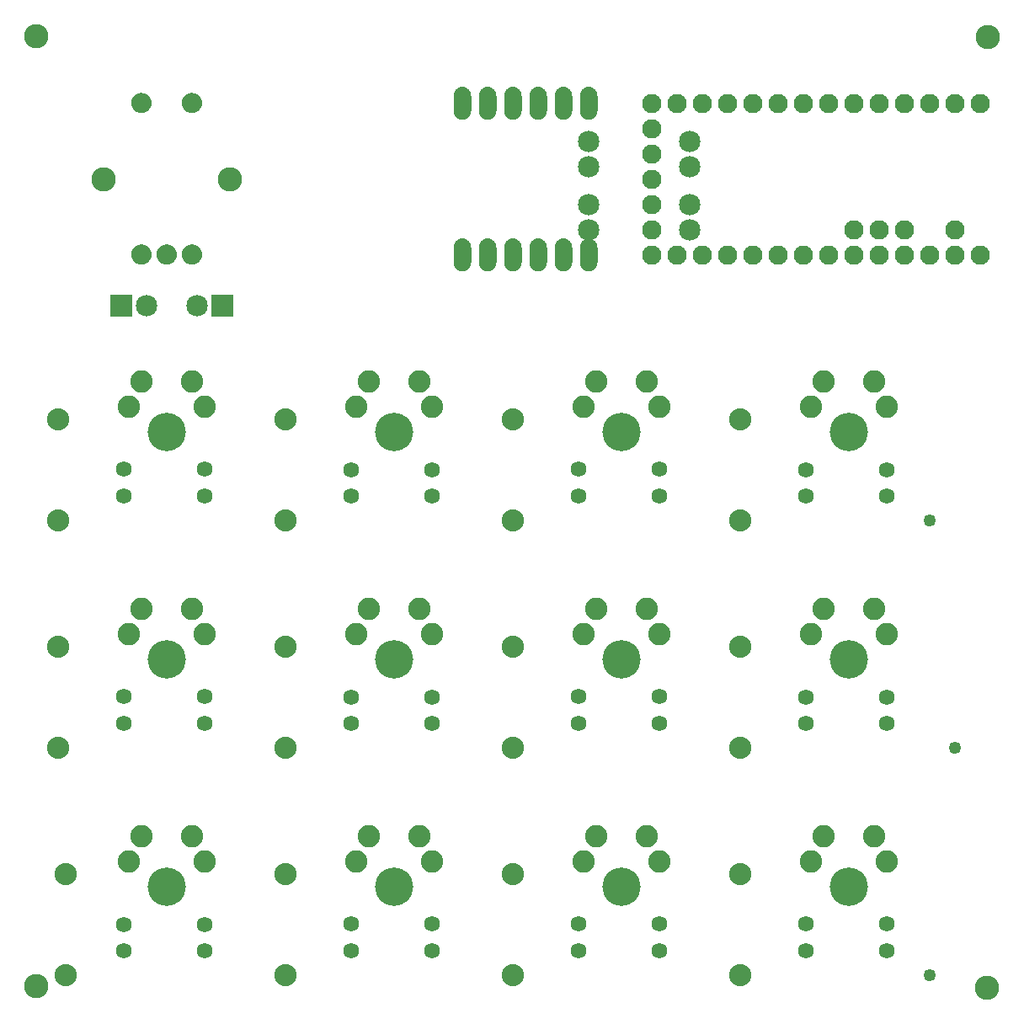
<source format=gbs>
G04 MADE WITH FRITZING*
G04 WWW.FRITZING.ORG*
G04 DOUBLE SIDED*
G04 HOLES PLATED*
G04 CONTOUR ON CENTER OF CONTOUR VECTOR*
%ASAXBY*%
%FSLAX23Y23*%
%MOIN*%
%OFA0B0*%
%SFA1.0B1.0*%
%ADD10C,0.096614*%
%ADD11C,0.151732*%
%ADD12C,0.068759*%
%ADD13C,0.085000*%
%ADD14C,0.088000*%
%ADD15C,0.062361*%
%ADD16C,0.088639*%
%ADD17C,0.076889*%
%ADD18C,0.049370*%
%ADD19R,0.085000X0.085000*%
%ADD20R,0.001000X0.001000*%
%LNMASK0*%
G90*
G70*
G54D10*
X3849Y3850D03*
X85Y3851D03*
G54D11*
X600Y487D03*
X3300Y1387D03*
X1500Y487D03*
X3300Y487D03*
G54D10*
X350Y3287D03*
X850Y3287D03*
G54D11*
X2400Y1387D03*
X2400Y487D03*
G54D10*
X85Y93D03*
G54D11*
X600Y2287D03*
X1500Y2287D03*
X1500Y1387D03*
X2400Y2287D03*
X3300Y2287D03*
X600Y1387D03*
G54D10*
X3847Y87D03*
G54D12*
X1770Y3586D03*
X1870Y3586D03*
X1970Y3586D03*
X2070Y3586D03*
X2170Y3586D03*
X2270Y3587D03*
X1770Y2986D03*
X1870Y2986D03*
X1970Y2986D03*
X2070Y2986D03*
X2170Y2986D03*
X2270Y2987D03*
G54D13*
X2670Y3087D03*
X2270Y3087D03*
X2670Y3087D03*
X2270Y3087D03*
X2670Y3437D03*
X2270Y3437D03*
X2670Y3437D03*
X2270Y3437D03*
X2670Y3337D03*
X2270Y3337D03*
X2670Y3337D03*
X2270Y3337D03*
X2670Y3187D03*
X2270Y3187D03*
X2670Y3187D03*
X2270Y3187D03*
G54D14*
X200Y537D03*
X200Y137D03*
X200Y537D03*
X200Y137D03*
X200Y537D03*
X200Y137D03*
X1070Y537D03*
X1070Y137D03*
X1070Y537D03*
X1070Y137D03*
X1070Y537D03*
X1070Y137D03*
X1970Y537D03*
X1970Y137D03*
X1970Y537D03*
X1970Y137D03*
X1970Y537D03*
X1970Y137D03*
X2870Y537D03*
X2870Y137D03*
X2870Y537D03*
X2870Y137D03*
X2870Y537D03*
X2870Y137D03*
X2870Y1437D03*
X2870Y1037D03*
X2870Y1437D03*
X2870Y1037D03*
X2870Y1437D03*
X2870Y1037D03*
X1970Y1437D03*
X1970Y1037D03*
X1970Y1437D03*
X1970Y1037D03*
X1970Y1437D03*
X1970Y1037D03*
X1070Y1437D03*
X1070Y1037D03*
X1070Y1437D03*
X1070Y1037D03*
X1070Y1437D03*
X1070Y1037D03*
X170Y1437D03*
X170Y1037D03*
X170Y1437D03*
X170Y1037D03*
X170Y1437D03*
X170Y1037D03*
X2870Y2337D03*
X2870Y1937D03*
X2870Y2337D03*
X2870Y1937D03*
X2870Y2337D03*
X2870Y1937D03*
X1970Y2337D03*
X1970Y1937D03*
X1970Y2337D03*
X1970Y1937D03*
X1970Y2337D03*
X1970Y1937D03*
X1070Y2337D03*
X1070Y1937D03*
X1070Y2337D03*
X1070Y1937D03*
X1070Y2337D03*
X1070Y1937D03*
X170Y2337D03*
X170Y1937D03*
X170Y2337D03*
X170Y1937D03*
X170Y2337D03*
X170Y1937D03*
G54D13*
X820Y2787D03*
X720Y2787D03*
X820Y2787D03*
X720Y2787D03*
X420Y2787D03*
X520Y2787D03*
X420Y2787D03*
X520Y2787D03*
G54D15*
X750Y1238D03*
X431Y1238D03*
X750Y1132D03*
X431Y1132D03*
G54D16*
X450Y1487D03*
X500Y1587D03*
X700Y1587D03*
X750Y1487D03*
G54D15*
X750Y337D03*
X431Y337D03*
X750Y231D03*
X431Y231D03*
G54D16*
X450Y586D03*
X500Y686D03*
X700Y686D03*
X750Y586D03*
G54D15*
X3450Y2137D03*
X3131Y2137D03*
X3450Y2031D03*
X3131Y2031D03*
G54D16*
X3150Y2386D03*
X3200Y2486D03*
X3400Y2486D03*
X3450Y2386D03*
G54D15*
X2550Y2138D03*
X2231Y2138D03*
X2550Y2032D03*
X2231Y2032D03*
G54D16*
X2250Y2387D03*
X2300Y2487D03*
X2500Y2487D03*
X2550Y2387D03*
G54D15*
X1650Y2137D03*
X1331Y2137D03*
X1650Y2031D03*
X1331Y2031D03*
G54D16*
X1350Y2386D03*
X1400Y2486D03*
X1600Y2486D03*
X1650Y2386D03*
G54D15*
X750Y2138D03*
X431Y2138D03*
X750Y2032D03*
X431Y2032D03*
G54D16*
X451Y2387D03*
X500Y2487D03*
X700Y2487D03*
X750Y2387D03*
G54D15*
X3450Y1237D03*
X3131Y1237D03*
X3450Y1131D03*
X3131Y1131D03*
G54D16*
X3150Y1486D03*
X3200Y1586D03*
X3400Y1586D03*
X3450Y1486D03*
G54D15*
X2550Y1238D03*
X2231Y1238D03*
X2550Y1132D03*
X2231Y1132D03*
G54D16*
X2250Y1487D03*
X2300Y1587D03*
X2500Y1587D03*
X2550Y1487D03*
G54D15*
X1650Y1237D03*
X1331Y1237D03*
X1650Y1131D03*
X1331Y1131D03*
G54D16*
X1350Y1486D03*
X1400Y1586D03*
X1600Y1586D03*
X1650Y1486D03*
G54D15*
X1650Y338D03*
X1331Y338D03*
X1650Y232D03*
X1331Y232D03*
G54D16*
X1351Y587D03*
X1401Y687D03*
X1600Y687D03*
X1650Y587D03*
G54D15*
X2550Y338D03*
X2231Y338D03*
X2550Y232D03*
X2231Y232D03*
G54D16*
X2251Y587D03*
X2300Y687D03*
X2500Y687D03*
X2550Y587D03*
G54D15*
X3450Y338D03*
X3131Y338D03*
X3450Y232D03*
X3131Y232D03*
G54D16*
X3150Y587D03*
X3200Y687D03*
X3400Y687D03*
X3450Y587D03*
G54D17*
X2520Y2987D03*
X2620Y2987D03*
X2720Y2987D03*
X2820Y2987D03*
X2920Y2987D03*
X3020Y2987D03*
X3120Y2987D03*
X3220Y2987D03*
X3320Y2987D03*
X3420Y2987D03*
X3520Y2987D03*
X3620Y2987D03*
X3720Y2987D03*
X3820Y2987D03*
X3720Y3087D03*
X3420Y3087D03*
X3520Y3087D03*
X2520Y3587D03*
X2620Y3587D03*
X2720Y3587D03*
X2820Y3587D03*
X2920Y3587D03*
X3020Y3587D03*
X3120Y3587D03*
X3220Y3587D03*
X3320Y3587D03*
X3420Y3587D03*
X3520Y3587D03*
X3620Y3587D03*
X3720Y3587D03*
X3820Y3587D03*
X3320Y3087D03*
X2520Y3387D03*
X2520Y3487D03*
X2520Y3287D03*
X2520Y3087D03*
X2520Y3187D03*
G54D18*
X3620Y1937D03*
X3720Y1037D03*
X3620Y137D03*
G54D19*
X820Y2787D03*
X820Y2787D03*
X420Y2787D03*
X420Y2787D03*
G54D20*
X1770Y3651D02*
X1771Y3651D01*
X1870Y3651D02*
X1871Y3651D01*
X1970Y3651D02*
X1971Y3651D01*
X2070Y3651D02*
X2071Y3651D01*
X2170Y3651D02*
X2171Y3651D01*
X2269Y3651D02*
X2271Y3651D01*
X1762Y3650D02*
X1778Y3650D01*
X1862Y3650D02*
X1878Y3650D01*
X1962Y3650D02*
X1978Y3650D01*
X2062Y3650D02*
X2078Y3650D01*
X2162Y3650D02*
X2178Y3650D01*
X2262Y3650D02*
X2278Y3650D01*
X1759Y3649D02*
X1781Y3649D01*
X1859Y3649D02*
X1881Y3649D01*
X1959Y3649D02*
X1981Y3649D01*
X2059Y3649D02*
X2081Y3649D01*
X2159Y3649D02*
X2181Y3649D01*
X2259Y3649D02*
X2281Y3649D01*
X1757Y3648D02*
X1784Y3648D01*
X1857Y3648D02*
X1884Y3648D01*
X1957Y3648D02*
X1984Y3648D01*
X2057Y3648D02*
X2084Y3648D01*
X2157Y3648D02*
X2184Y3648D01*
X2256Y3648D02*
X2284Y3648D01*
X1754Y3647D02*
X1786Y3647D01*
X1854Y3647D02*
X1886Y3647D01*
X1954Y3647D02*
X1986Y3647D01*
X2054Y3647D02*
X2086Y3647D01*
X2154Y3647D02*
X2186Y3647D01*
X2254Y3647D02*
X2286Y3647D01*
X1753Y3646D02*
X1787Y3646D01*
X1853Y3646D02*
X1887Y3646D01*
X1953Y3646D02*
X1987Y3646D01*
X2053Y3646D02*
X2087Y3646D01*
X2153Y3646D02*
X2187Y3646D01*
X2253Y3646D02*
X2287Y3646D01*
X1751Y3645D02*
X1789Y3645D01*
X1851Y3645D02*
X1889Y3645D01*
X1951Y3645D02*
X1989Y3645D01*
X2051Y3645D02*
X2089Y3645D01*
X2151Y3645D02*
X2189Y3645D01*
X2251Y3645D02*
X2289Y3645D01*
X1750Y3644D02*
X1791Y3644D01*
X1850Y3644D02*
X1891Y3644D01*
X1950Y3644D02*
X1990Y3644D01*
X2050Y3644D02*
X2091Y3644D01*
X2150Y3644D02*
X2191Y3644D01*
X2250Y3644D02*
X2290Y3644D01*
X1748Y3643D02*
X1792Y3643D01*
X1848Y3643D02*
X1892Y3643D01*
X1948Y3643D02*
X1992Y3643D01*
X2048Y3643D02*
X2092Y3643D01*
X2148Y3643D02*
X2192Y3643D01*
X2248Y3643D02*
X2292Y3643D01*
X1747Y3642D02*
X1793Y3642D01*
X1847Y3642D02*
X1893Y3642D01*
X1947Y3642D02*
X1993Y3642D01*
X2047Y3642D02*
X2093Y3642D01*
X2147Y3642D02*
X2193Y3642D01*
X2247Y3642D02*
X2293Y3642D01*
X1746Y3641D02*
X1794Y3641D01*
X1846Y3641D02*
X1894Y3641D01*
X1946Y3641D02*
X1994Y3641D01*
X2046Y3641D02*
X2094Y3641D01*
X2146Y3641D02*
X2194Y3641D01*
X2246Y3641D02*
X2294Y3641D01*
X1745Y3640D02*
X1795Y3640D01*
X1845Y3640D02*
X1895Y3640D01*
X1945Y3640D02*
X1995Y3640D01*
X2045Y3640D02*
X2095Y3640D01*
X2145Y3640D02*
X2195Y3640D01*
X2245Y3640D02*
X2295Y3640D01*
X1744Y3639D02*
X1796Y3639D01*
X1844Y3639D02*
X1896Y3639D01*
X1944Y3639D02*
X1996Y3639D01*
X2044Y3639D02*
X2096Y3639D01*
X2144Y3639D02*
X2196Y3639D01*
X2244Y3639D02*
X2296Y3639D01*
X1743Y3638D02*
X1797Y3638D01*
X1843Y3638D02*
X1897Y3638D01*
X1943Y3638D02*
X1997Y3638D01*
X2043Y3638D02*
X2097Y3638D01*
X2143Y3638D02*
X2197Y3638D01*
X2243Y3638D02*
X2297Y3638D01*
X1743Y3637D02*
X1797Y3637D01*
X1843Y3637D02*
X1897Y3637D01*
X1943Y3637D02*
X1997Y3637D01*
X2043Y3637D02*
X2097Y3637D01*
X2143Y3637D02*
X2197Y3637D01*
X2243Y3637D02*
X2297Y3637D01*
X1742Y3636D02*
X1798Y3636D01*
X1842Y3636D02*
X1898Y3636D01*
X1942Y3636D02*
X1998Y3636D01*
X2042Y3636D02*
X2098Y3636D01*
X2142Y3636D02*
X2198Y3636D01*
X2242Y3636D02*
X2298Y3636D01*
X1741Y3635D02*
X1799Y3635D01*
X1841Y3635D02*
X1899Y3635D01*
X1941Y3635D02*
X1999Y3635D01*
X2041Y3635D02*
X2099Y3635D01*
X2141Y3635D02*
X2199Y3635D01*
X2241Y3635D02*
X2299Y3635D01*
X1741Y3634D02*
X1799Y3634D01*
X1841Y3634D02*
X1899Y3634D01*
X1941Y3634D02*
X1999Y3634D01*
X2041Y3634D02*
X2099Y3634D01*
X2141Y3634D02*
X2199Y3634D01*
X2241Y3634D02*
X2299Y3634D01*
X1740Y3633D02*
X1800Y3633D01*
X1840Y3633D02*
X1900Y3633D01*
X1940Y3633D02*
X2000Y3633D01*
X2040Y3633D02*
X2100Y3633D01*
X2140Y3633D02*
X2200Y3633D01*
X2240Y3633D02*
X2300Y3633D01*
X1740Y3632D02*
X1801Y3632D01*
X1840Y3632D02*
X1901Y3632D01*
X1940Y3632D02*
X2001Y3632D01*
X2040Y3632D02*
X2101Y3632D01*
X2140Y3632D02*
X2201Y3632D01*
X2239Y3632D02*
X2301Y3632D01*
X1739Y3631D02*
X1801Y3631D01*
X1839Y3631D02*
X1901Y3631D01*
X1939Y3631D02*
X2001Y3631D01*
X2039Y3631D02*
X2101Y3631D01*
X2139Y3631D02*
X2201Y3631D01*
X2239Y3631D02*
X2301Y3631D01*
X1739Y3630D02*
X1802Y3630D01*
X1839Y3630D02*
X1902Y3630D01*
X1939Y3630D02*
X2002Y3630D01*
X2039Y3630D02*
X2102Y3630D01*
X2139Y3630D02*
X2202Y3630D01*
X2239Y3630D02*
X2302Y3630D01*
X1738Y3629D02*
X1802Y3629D01*
X1838Y3629D02*
X1902Y3629D01*
X1938Y3629D02*
X2002Y3629D01*
X2038Y3629D02*
X2102Y3629D01*
X2138Y3629D02*
X2202Y3629D01*
X2238Y3629D02*
X2302Y3629D01*
X1738Y3628D02*
X1802Y3628D01*
X1838Y3628D02*
X1902Y3628D01*
X1938Y3628D02*
X2002Y3628D01*
X2038Y3628D02*
X2102Y3628D01*
X2138Y3628D02*
X2202Y3628D01*
X2238Y3628D02*
X2302Y3628D01*
X495Y3627D02*
X504Y3627D01*
X695Y3627D02*
X704Y3627D01*
X1737Y3627D02*
X1803Y3627D01*
X1837Y3627D02*
X1903Y3627D01*
X1937Y3627D02*
X2003Y3627D01*
X2037Y3627D02*
X2103Y3627D01*
X2137Y3627D02*
X2203Y3627D01*
X2237Y3627D02*
X2303Y3627D01*
X490Y3626D02*
X509Y3626D01*
X690Y3626D02*
X709Y3626D01*
X1737Y3626D02*
X1803Y3626D01*
X1837Y3626D02*
X1903Y3626D01*
X1937Y3626D02*
X2003Y3626D01*
X2037Y3626D02*
X2103Y3626D01*
X2137Y3626D02*
X2203Y3626D01*
X2237Y3626D02*
X2303Y3626D01*
X486Y3625D02*
X513Y3625D01*
X686Y3625D02*
X713Y3625D01*
X1737Y3625D02*
X1803Y3625D01*
X1837Y3625D02*
X1903Y3625D01*
X1937Y3625D02*
X2003Y3625D01*
X2037Y3625D02*
X2103Y3625D01*
X2137Y3625D02*
X2203Y3625D01*
X2237Y3625D02*
X2303Y3625D01*
X484Y3624D02*
X515Y3624D01*
X684Y3624D02*
X715Y3624D01*
X1737Y3624D02*
X1804Y3624D01*
X1837Y3624D02*
X1904Y3624D01*
X1937Y3624D02*
X2004Y3624D01*
X2037Y3624D02*
X2104Y3624D01*
X2137Y3624D02*
X2204Y3624D01*
X2237Y3624D02*
X2304Y3624D01*
X482Y3623D02*
X517Y3623D01*
X682Y3623D02*
X717Y3623D01*
X1736Y3623D02*
X1804Y3623D01*
X1836Y3623D02*
X1904Y3623D01*
X1936Y3623D02*
X2004Y3623D01*
X2036Y3623D02*
X2104Y3623D01*
X2136Y3623D02*
X2204Y3623D01*
X2236Y3623D02*
X2304Y3623D01*
X480Y3622D02*
X519Y3622D01*
X680Y3622D02*
X719Y3622D01*
X1736Y3622D02*
X1804Y3622D01*
X1836Y3622D02*
X1904Y3622D01*
X1936Y3622D02*
X2004Y3622D01*
X2036Y3622D02*
X2104Y3622D01*
X2136Y3622D02*
X2204Y3622D01*
X2236Y3622D02*
X2304Y3622D01*
X478Y3621D02*
X521Y3621D01*
X678Y3621D02*
X721Y3621D01*
X1736Y3621D02*
X1804Y3621D01*
X1836Y3621D02*
X1904Y3621D01*
X1936Y3621D02*
X2004Y3621D01*
X2036Y3621D02*
X2104Y3621D01*
X2136Y3621D02*
X2204Y3621D01*
X2236Y3621D02*
X2304Y3621D01*
X477Y3620D02*
X522Y3620D01*
X677Y3620D02*
X722Y3620D01*
X1736Y3620D02*
X1804Y3620D01*
X1836Y3620D02*
X1904Y3620D01*
X1936Y3620D02*
X2004Y3620D01*
X2036Y3620D02*
X2104Y3620D01*
X2136Y3620D02*
X2204Y3620D01*
X2236Y3620D02*
X2304Y3620D01*
X476Y3619D02*
X524Y3619D01*
X676Y3619D02*
X724Y3619D01*
X1736Y3619D02*
X1804Y3619D01*
X1836Y3619D02*
X1904Y3619D01*
X1936Y3619D02*
X2004Y3619D01*
X2036Y3619D02*
X2104Y3619D01*
X2136Y3619D02*
X2204Y3619D01*
X2236Y3619D02*
X2304Y3619D01*
X474Y3618D02*
X525Y3618D01*
X674Y3618D02*
X725Y3618D01*
X1736Y3618D02*
X1804Y3618D01*
X1836Y3618D02*
X1904Y3618D01*
X1936Y3618D02*
X2004Y3618D01*
X2036Y3618D02*
X2104Y3618D01*
X2136Y3618D02*
X2204Y3618D01*
X2236Y3618D02*
X2304Y3618D01*
X473Y3617D02*
X526Y3617D01*
X673Y3617D02*
X726Y3617D01*
X1736Y3617D02*
X1804Y3617D01*
X1836Y3617D02*
X1904Y3617D01*
X1936Y3617D02*
X2004Y3617D01*
X2036Y3617D02*
X2104Y3617D01*
X2136Y3617D02*
X2204Y3617D01*
X2236Y3617D02*
X2304Y3617D01*
X472Y3616D02*
X527Y3616D01*
X672Y3616D02*
X727Y3616D01*
X1736Y3616D02*
X1805Y3616D01*
X1836Y3616D02*
X1905Y3616D01*
X1936Y3616D02*
X2005Y3616D01*
X2036Y3616D02*
X2105Y3616D01*
X2136Y3616D02*
X2205Y3616D01*
X2236Y3616D02*
X2305Y3616D01*
X471Y3615D02*
X528Y3615D01*
X671Y3615D02*
X728Y3615D01*
X1736Y3615D02*
X1805Y3615D01*
X1836Y3615D02*
X1905Y3615D01*
X1936Y3615D02*
X2005Y3615D01*
X2036Y3615D02*
X2105Y3615D01*
X2136Y3615D02*
X2205Y3615D01*
X2236Y3615D02*
X2305Y3615D01*
X470Y3614D02*
X529Y3614D01*
X670Y3614D02*
X729Y3614D01*
X1736Y3614D02*
X1805Y3614D01*
X1836Y3614D02*
X1905Y3614D01*
X1936Y3614D02*
X2005Y3614D01*
X2036Y3614D02*
X2105Y3614D01*
X2136Y3614D02*
X2205Y3614D01*
X2236Y3614D02*
X2305Y3614D01*
X469Y3613D02*
X530Y3613D01*
X669Y3613D02*
X730Y3613D01*
X1736Y3613D02*
X1805Y3613D01*
X1836Y3613D02*
X1905Y3613D01*
X1936Y3613D02*
X2005Y3613D01*
X2036Y3613D02*
X2105Y3613D01*
X2136Y3613D02*
X2205Y3613D01*
X2236Y3613D02*
X2305Y3613D01*
X469Y3612D02*
X531Y3612D01*
X669Y3612D02*
X731Y3612D01*
X1736Y3612D02*
X1805Y3612D01*
X1836Y3612D02*
X1905Y3612D01*
X1936Y3612D02*
X2005Y3612D01*
X2036Y3612D02*
X2105Y3612D01*
X2136Y3612D02*
X2205Y3612D01*
X2236Y3612D02*
X2305Y3612D01*
X468Y3611D02*
X531Y3611D01*
X668Y3611D02*
X731Y3611D01*
X1736Y3611D02*
X1805Y3611D01*
X1836Y3611D02*
X1905Y3611D01*
X1936Y3611D02*
X2005Y3611D01*
X2036Y3611D02*
X2105Y3611D01*
X2136Y3611D02*
X2205Y3611D01*
X2236Y3611D02*
X2305Y3611D01*
X467Y3610D02*
X532Y3610D01*
X667Y3610D02*
X732Y3610D01*
X1736Y3610D02*
X1805Y3610D01*
X1836Y3610D02*
X1905Y3610D01*
X1936Y3610D02*
X2005Y3610D01*
X2036Y3610D02*
X2105Y3610D01*
X2136Y3610D02*
X2205Y3610D01*
X2236Y3610D02*
X2305Y3610D01*
X467Y3609D02*
X533Y3609D01*
X667Y3609D02*
X733Y3609D01*
X1736Y3609D02*
X1805Y3609D01*
X1836Y3609D02*
X1905Y3609D01*
X1936Y3609D02*
X2005Y3609D01*
X2036Y3609D02*
X2105Y3609D01*
X2136Y3609D02*
X2205Y3609D01*
X2236Y3609D02*
X2305Y3609D01*
X466Y3608D02*
X533Y3608D01*
X666Y3608D02*
X733Y3608D01*
X1736Y3608D02*
X1805Y3608D01*
X1836Y3608D02*
X1905Y3608D01*
X1936Y3608D02*
X2005Y3608D01*
X2036Y3608D02*
X2105Y3608D01*
X2136Y3608D02*
X2205Y3608D01*
X2236Y3608D02*
X2305Y3608D01*
X465Y3607D02*
X534Y3607D01*
X665Y3607D02*
X734Y3607D01*
X1736Y3607D02*
X1805Y3607D01*
X1836Y3607D02*
X1905Y3607D01*
X1936Y3607D02*
X2005Y3607D01*
X2036Y3607D02*
X2105Y3607D01*
X2136Y3607D02*
X2205Y3607D01*
X2236Y3607D02*
X2305Y3607D01*
X465Y3606D02*
X535Y3606D01*
X665Y3606D02*
X735Y3606D01*
X1736Y3606D02*
X1805Y3606D01*
X1836Y3606D02*
X1905Y3606D01*
X1936Y3606D02*
X2005Y3606D01*
X2036Y3606D02*
X2105Y3606D01*
X2136Y3606D02*
X2205Y3606D01*
X2236Y3606D02*
X2305Y3606D01*
X464Y3605D02*
X535Y3605D01*
X664Y3605D02*
X735Y3605D01*
X1736Y3605D02*
X1805Y3605D01*
X1836Y3605D02*
X1905Y3605D01*
X1936Y3605D02*
X2005Y3605D01*
X2036Y3605D02*
X2105Y3605D01*
X2136Y3605D02*
X2205Y3605D01*
X2236Y3605D02*
X2305Y3605D01*
X464Y3604D02*
X536Y3604D01*
X664Y3604D02*
X736Y3604D01*
X1736Y3604D02*
X1805Y3604D01*
X1836Y3604D02*
X1905Y3604D01*
X1936Y3604D02*
X2005Y3604D01*
X2036Y3604D02*
X2105Y3604D01*
X2136Y3604D02*
X2205Y3604D01*
X2236Y3604D02*
X2305Y3604D01*
X463Y3603D02*
X536Y3603D01*
X663Y3603D02*
X736Y3603D01*
X1736Y3603D02*
X1805Y3603D01*
X1836Y3603D02*
X1905Y3603D01*
X1936Y3603D02*
X2005Y3603D01*
X2036Y3603D02*
X2105Y3603D01*
X2136Y3603D02*
X2205Y3603D01*
X2236Y3603D02*
X2305Y3603D01*
X463Y3602D02*
X536Y3602D01*
X663Y3602D02*
X736Y3602D01*
X1736Y3602D02*
X1805Y3602D01*
X1836Y3602D02*
X1905Y3602D01*
X1936Y3602D02*
X2005Y3602D01*
X2036Y3602D02*
X2105Y3602D01*
X2136Y3602D02*
X2205Y3602D01*
X2236Y3602D02*
X2305Y3602D01*
X463Y3601D02*
X537Y3601D01*
X663Y3601D02*
X737Y3601D01*
X1736Y3601D02*
X1769Y3601D01*
X1771Y3601D02*
X1805Y3601D01*
X1836Y3601D02*
X1869Y3601D01*
X1871Y3601D02*
X1905Y3601D01*
X1936Y3601D02*
X1969Y3601D01*
X1971Y3601D02*
X2005Y3601D01*
X2036Y3601D02*
X2069Y3601D01*
X2071Y3601D02*
X2105Y3601D01*
X2136Y3601D02*
X2169Y3601D01*
X2171Y3601D02*
X2205Y3601D01*
X2236Y3601D02*
X2269Y3601D01*
X2271Y3601D02*
X2305Y3601D01*
X462Y3600D02*
X537Y3600D01*
X662Y3600D02*
X737Y3600D01*
X1736Y3600D02*
X1764Y3600D01*
X1776Y3600D02*
X1805Y3600D01*
X1836Y3600D02*
X1864Y3600D01*
X1876Y3600D02*
X1905Y3600D01*
X1936Y3600D02*
X1964Y3600D01*
X1976Y3600D02*
X2005Y3600D01*
X2036Y3600D02*
X2064Y3600D01*
X2076Y3600D02*
X2105Y3600D01*
X2136Y3600D02*
X2164Y3600D01*
X2176Y3600D02*
X2205Y3600D01*
X2236Y3600D02*
X2264Y3600D01*
X2276Y3600D02*
X2305Y3600D01*
X462Y3599D02*
X537Y3599D01*
X662Y3599D02*
X737Y3599D01*
X1736Y3599D02*
X1762Y3599D01*
X1778Y3599D02*
X1805Y3599D01*
X1836Y3599D02*
X1862Y3599D01*
X1878Y3599D02*
X1905Y3599D01*
X1936Y3599D02*
X1962Y3599D01*
X1978Y3599D02*
X2005Y3599D01*
X2036Y3599D02*
X2062Y3599D01*
X2078Y3599D02*
X2105Y3599D01*
X2136Y3599D02*
X2162Y3599D01*
X2178Y3599D02*
X2205Y3599D01*
X2236Y3599D02*
X2262Y3599D01*
X2278Y3599D02*
X2305Y3599D01*
X462Y3598D02*
X538Y3598D01*
X662Y3598D02*
X738Y3598D01*
X1736Y3598D02*
X1761Y3598D01*
X1780Y3598D02*
X1805Y3598D01*
X1836Y3598D02*
X1861Y3598D01*
X1880Y3598D02*
X1905Y3598D01*
X1936Y3598D02*
X1961Y3598D01*
X1980Y3598D02*
X2005Y3598D01*
X2036Y3598D02*
X2061Y3598D01*
X2080Y3598D02*
X2105Y3598D01*
X2136Y3598D02*
X2161Y3598D01*
X2180Y3598D02*
X2205Y3598D01*
X2236Y3598D02*
X2260Y3598D01*
X2280Y3598D02*
X2305Y3598D01*
X461Y3597D02*
X538Y3597D01*
X661Y3597D02*
X738Y3597D01*
X1736Y3597D02*
X1759Y3597D01*
X1781Y3597D02*
X1805Y3597D01*
X1836Y3597D02*
X1859Y3597D01*
X1881Y3597D02*
X1905Y3597D01*
X1936Y3597D02*
X1959Y3597D01*
X1981Y3597D02*
X2005Y3597D01*
X2036Y3597D02*
X2059Y3597D01*
X2081Y3597D02*
X2105Y3597D01*
X2136Y3597D02*
X2159Y3597D01*
X2181Y3597D02*
X2205Y3597D01*
X2236Y3597D02*
X2259Y3597D01*
X2281Y3597D02*
X2305Y3597D01*
X461Y3596D02*
X538Y3596D01*
X661Y3596D02*
X738Y3596D01*
X1736Y3596D02*
X1758Y3596D01*
X1782Y3596D02*
X1805Y3596D01*
X1836Y3596D02*
X1858Y3596D01*
X1882Y3596D02*
X1905Y3596D01*
X1936Y3596D02*
X1958Y3596D01*
X1982Y3596D02*
X2005Y3596D01*
X2036Y3596D02*
X2058Y3596D01*
X2082Y3596D02*
X2105Y3596D01*
X2136Y3596D02*
X2158Y3596D01*
X2182Y3596D02*
X2205Y3596D01*
X2236Y3596D02*
X2258Y3596D01*
X2282Y3596D02*
X2305Y3596D01*
X461Y3595D02*
X538Y3595D01*
X661Y3595D02*
X738Y3595D01*
X1736Y3595D02*
X1758Y3595D01*
X1783Y3595D02*
X1805Y3595D01*
X1836Y3595D02*
X1858Y3595D01*
X1883Y3595D02*
X1905Y3595D01*
X1936Y3595D02*
X1958Y3595D01*
X1983Y3595D02*
X2005Y3595D01*
X2036Y3595D02*
X2058Y3595D01*
X2083Y3595D02*
X2105Y3595D01*
X2136Y3595D02*
X2158Y3595D01*
X2183Y3595D02*
X2205Y3595D01*
X2236Y3595D02*
X2258Y3595D01*
X2283Y3595D02*
X2305Y3595D01*
X461Y3594D02*
X538Y3594D01*
X661Y3594D02*
X738Y3594D01*
X1736Y3594D02*
X1757Y3594D01*
X1783Y3594D02*
X1805Y3594D01*
X1836Y3594D02*
X1857Y3594D01*
X1883Y3594D02*
X1905Y3594D01*
X1936Y3594D02*
X1957Y3594D01*
X1983Y3594D02*
X2005Y3594D01*
X2036Y3594D02*
X2057Y3594D01*
X2083Y3594D02*
X2105Y3594D01*
X2136Y3594D02*
X2157Y3594D01*
X2183Y3594D02*
X2205Y3594D01*
X2236Y3594D02*
X2257Y3594D01*
X2283Y3594D02*
X2305Y3594D01*
X461Y3593D02*
X539Y3593D01*
X661Y3593D02*
X739Y3593D01*
X1736Y3593D02*
X1756Y3593D01*
X1784Y3593D02*
X1805Y3593D01*
X1836Y3593D02*
X1856Y3593D01*
X1884Y3593D02*
X1905Y3593D01*
X1936Y3593D02*
X1956Y3593D01*
X1984Y3593D02*
X2005Y3593D01*
X2036Y3593D02*
X2056Y3593D01*
X2084Y3593D02*
X2105Y3593D01*
X2136Y3593D02*
X2156Y3593D01*
X2184Y3593D02*
X2205Y3593D01*
X2236Y3593D02*
X2256Y3593D01*
X2284Y3593D02*
X2305Y3593D01*
X460Y3592D02*
X539Y3592D01*
X660Y3592D02*
X739Y3592D01*
X1736Y3592D02*
X1756Y3592D01*
X1784Y3592D02*
X1805Y3592D01*
X1836Y3592D02*
X1856Y3592D01*
X1884Y3592D02*
X1905Y3592D01*
X1936Y3592D02*
X1956Y3592D01*
X1984Y3592D02*
X2005Y3592D01*
X2036Y3592D02*
X2056Y3592D01*
X2084Y3592D02*
X2105Y3592D01*
X2136Y3592D02*
X2156Y3592D01*
X2184Y3592D02*
X2205Y3592D01*
X2236Y3592D02*
X2256Y3592D01*
X2284Y3592D02*
X2305Y3592D01*
X460Y3591D02*
X539Y3591D01*
X660Y3591D02*
X739Y3591D01*
X1736Y3591D02*
X1755Y3591D01*
X1785Y3591D02*
X1805Y3591D01*
X1836Y3591D02*
X1855Y3591D01*
X1885Y3591D02*
X1905Y3591D01*
X1936Y3591D02*
X1955Y3591D01*
X1985Y3591D02*
X2005Y3591D01*
X2036Y3591D02*
X2055Y3591D01*
X2085Y3591D02*
X2105Y3591D01*
X2136Y3591D02*
X2155Y3591D01*
X2185Y3591D02*
X2205Y3591D01*
X2236Y3591D02*
X2255Y3591D01*
X2285Y3591D02*
X2305Y3591D01*
X460Y3590D02*
X539Y3590D01*
X660Y3590D02*
X739Y3590D01*
X1736Y3590D02*
X1755Y3590D01*
X1785Y3590D02*
X1805Y3590D01*
X1836Y3590D02*
X1855Y3590D01*
X1885Y3590D02*
X1905Y3590D01*
X1936Y3590D02*
X1955Y3590D01*
X1985Y3590D02*
X2005Y3590D01*
X2036Y3590D02*
X2055Y3590D01*
X2085Y3590D02*
X2105Y3590D01*
X2136Y3590D02*
X2155Y3590D01*
X2185Y3590D02*
X2205Y3590D01*
X2236Y3590D02*
X2255Y3590D01*
X2285Y3590D02*
X2305Y3590D01*
X460Y3589D02*
X539Y3589D01*
X660Y3589D02*
X739Y3589D01*
X1736Y3589D02*
X1755Y3589D01*
X1785Y3589D02*
X1805Y3589D01*
X1836Y3589D02*
X1855Y3589D01*
X1885Y3589D02*
X1905Y3589D01*
X1936Y3589D02*
X1955Y3589D01*
X1985Y3589D02*
X2005Y3589D01*
X2036Y3589D02*
X2055Y3589D01*
X2085Y3589D02*
X2105Y3589D01*
X2136Y3589D02*
X2155Y3589D01*
X2185Y3589D02*
X2205Y3589D01*
X2236Y3589D02*
X2255Y3589D01*
X2285Y3589D02*
X2305Y3589D01*
X460Y3588D02*
X539Y3588D01*
X660Y3588D02*
X739Y3588D01*
X1736Y3588D02*
X1755Y3588D01*
X1785Y3588D02*
X1805Y3588D01*
X1836Y3588D02*
X1855Y3588D01*
X1885Y3588D02*
X1905Y3588D01*
X1936Y3588D02*
X1955Y3588D01*
X1985Y3588D02*
X2005Y3588D01*
X2036Y3588D02*
X2055Y3588D01*
X2085Y3588D02*
X2105Y3588D01*
X2136Y3588D02*
X2155Y3588D01*
X2185Y3588D02*
X2205Y3588D01*
X2236Y3588D02*
X2255Y3588D01*
X2285Y3588D02*
X2305Y3588D01*
X460Y3587D02*
X539Y3587D01*
X660Y3587D02*
X739Y3587D01*
X1736Y3587D02*
X1755Y3587D01*
X1785Y3587D02*
X1805Y3587D01*
X1836Y3587D02*
X1855Y3587D01*
X1885Y3587D02*
X1905Y3587D01*
X1936Y3587D02*
X1955Y3587D01*
X1985Y3587D02*
X2005Y3587D01*
X2036Y3587D02*
X2055Y3587D01*
X2085Y3587D02*
X2105Y3587D01*
X2136Y3587D02*
X2155Y3587D01*
X2185Y3587D02*
X2205Y3587D01*
X2236Y3587D02*
X2255Y3587D01*
X2285Y3587D02*
X2305Y3587D01*
X460Y3586D02*
X539Y3586D01*
X660Y3586D02*
X739Y3586D01*
X1736Y3586D02*
X1755Y3586D01*
X1786Y3586D02*
X1805Y3586D01*
X1836Y3586D02*
X1855Y3586D01*
X1886Y3586D02*
X1905Y3586D01*
X1936Y3586D02*
X1955Y3586D01*
X1986Y3586D02*
X2005Y3586D01*
X2036Y3586D02*
X2055Y3586D01*
X2086Y3586D02*
X2105Y3586D01*
X2136Y3586D02*
X2155Y3586D01*
X2186Y3586D02*
X2205Y3586D01*
X2236Y3586D02*
X2255Y3586D01*
X2286Y3586D02*
X2305Y3586D01*
X460Y3585D02*
X539Y3585D01*
X660Y3585D02*
X739Y3585D01*
X1736Y3585D02*
X1755Y3585D01*
X1785Y3585D02*
X1805Y3585D01*
X1836Y3585D02*
X1855Y3585D01*
X1885Y3585D02*
X1905Y3585D01*
X1936Y3585D02*
X1955Y3585D01*
X1985Y3585D02*
X2005Y3585D01*
X2036Y3585D02*
X2055Y3585D01*
X2085Y3585D02*
X2105Y3585D01*
X2136Y3585D02*
X2155Y3585D01*
X2185Y3585D02*
X2205Y3585D01*
X2236Y3585D02*
X2255Y3585D01*
X2285Y3585D02*
X2305Y3585D01*
X460Y3584D02*
X539Y3584D01*
X660Y3584D02*
X739Y3584D01*
X1736Y3584D02*
X1755Y3584D01*
X1785Y3584D02*
X1805Y3584D01*
X1836Y3584D02*
X1855Y3584D01*
X1885Y3584D02*
X1905Y3584D01*
X1936Y3584D02*
X1955Y3584D01*
X1985Y3584D02*
X2005Y3584D01*
X2036Y3584D02*
X2055Y3584D01*
X2085Y3584D02*
X2105Y3584D01*
X2136Y3584D02*
X2155Y3584D01*
X2185Y3584D02*
X2205Y3584D01*
X2236Y3584D02*
X2255Y3584D01*
X2285Y3584D02*
X2305Y3584D01*
X460Y3583D02*
X539Y3583D01*
X660Y3583D02*
X739Y3583D01*
X1736Y3583D02*
X1755Y3583D01*
X1785Y3583D02*
X1805Y3583D01*
X1836Y3583D02*
X1855Y3583D01*
X1885Y3583D02*
X1905Y3583D01*
X1936Y3583D02*
X1955Y3583D01*
X1985Y3583D02*
X2005Y3583D01*
X2036Y3583D02*
X2055Y3583D01*
X2085Y3583D02*
X2105Y3583D01*
X2136Y3583D02*
X2155Y3583D01*
X2185Y3583D02*
X2205Y3583D01*
X2236Y3583D02*
X2255Y3583D01*
X2285Y3583D02*
X2305Y3583D01*
X461Y3582D02*
X539Y3582D01*
X661Y3582D02*
X739Y3582D01*
X1736Y3582D02*
X1755Y3582D01*
X1785Y3582D02*
X1805Y3582D01*
X1836Y3582D02*
X1855Y3582D01*
X1885Y3582D02*
X1905Y3582D01*
X1936Y3582D02*
X1955Y3582D01*
X1985Y3582D02*
X2005Y3582D01*
X2036Y3582D02*
X2055Y3582D01*
X2085Y3582D02*
X2105Y3582D01*
X2136Y3582D02*
X2155Y3582D01*
X2185Y3582D02*
X2205Y3582D01*
X2236Y3582D02*
X2255Y3582D01*
X2285Y3582D02*
X2305Y3582D01*
X461Y3581D02*
X538Y3581D01*
X661Y3581D02*
X738Y3581D01*
X1736Y3581D02*
X1755Y3581D01*
X1785Y3581D02*
X1805Y3581D01*
X1836Y3581D02*
X1855Y3581D01*
X1885Y3581D02*
X1905Y3581D01*
X1936Y3581D02*
X1955Y3581D01*
X1985Y3581D02*
X2005Y3581D01*
X2036Y3581D02*
X2055Y3581D01*
X2085Y3581D02*
X2105Y3581D01*
X2136Y3581D02*
X2155Y3581D01*
X2185Y3581D02*
X2205Y3581D01*
X2236Y3581D02*
X2255Y3581D01*
X2285Y3581D02*
X2305Y3581D01*
X461Y3580D02*
X538Y3580D01*
X661Y3580D02*
X738Y3580D01*
X1736Y3580D02*
X1756Y3580D01*
X1784Y3580D02*
X1805Y3580D01*
X1836Y3580D02*
X1856Y3580D01*
X1884Y3580D02*
X1905Y3580D01*
X1936Y3580D02*
X1956Y3580D01*
X1984Y3580D02*
X2005Y3580D01*
X2036Y3580D02*
X2056Y3580D01*
X2084Y3580D02*
X2105Y3580D01*
X2136Y3580D02*
X2156Y3580D01*
X2184Y3580D02*
X2205Y3580D01*
X2236Y3580D02*
X2256Y3580D01*
X2284Y3580D02*
X2305Y3580D01*
X461Y3579D02*
X538Y3579D01*
X661Y3579D02*
X738Y3579D01*
X1736Y3579D02*
X1756Y3579D01*
X1784Y3579D02*
X1805Y3579D01*
X1836Y3579D02*
X1856Y3579D01*
X1884Y3579D02*
X1905Y3579D01*
X1936Y3579D02*
X1956Y3579D01*
X1984Y3579D02*
X2005Y3579D01*
X2036Y3579D02*
X2056Y3579D01*
X2084Y3579D02*
X2105Y3579D01*
X2136Y3579D02*
X2156Y3579D01*
X2184Y3579D02*
X2205Y3579D01*
X2236Y3579D02*
X2256Y3579D01*
X2284Y3579D02*
X2305Y3579D01*
X461Y3578D02*
X538Y3578D01*
X661Y3578D02*
X738Y3578D01*
X1736Y3578D02*
X1757Y3578D01*
X1783Y3578D02*
X1805Y3578D01*
X1836Y3578D02*
X1857Y3578D01*
X1883Y3578D02*
X1905Y3578D01*
X1936Y3578D02*
X1957Y3578D01*
X1983Y3578D02*
X2005Y3578D01*
X2036Y3578D02*
X2057Y3578D01*
X2083Y3578D02*
X2105Y3578D01*
X2136Y3578D02*
X2157Y3578D01*
X2183Y3578D02*
X2205Y3578D01*
X2236Y3578D02*
X2257Y3578D01*
X2283Y3578D02*
X2305Y3578D01*
X462Y3577D02*
X538Y3577D01*
X662Y3577D02*
X738Y3577D01*
X1736Y3577D02*
X1758Y3577D01*
X1782Y3577D02*
X1805Y3577D01*
X1836Y3577D02*
X1858Y3577D01*
X1882Y3577D02*
X1905Y3577D01*
X1936Y3577D02*
X1958Y3577D01*
X1982Y3577D02*
X2005Y3577D01*
X2036Y3577D02*
X2058Y3577D01*
X2082Y3577D02*
X2105Y3577D01*
X2136Y3577D02*
X2158Y3577D01*
X2182Y3577D02*
X2205Y3577D01*
X2236Y3577D02*
X2258Y3577D01*
X2282Y3577D02*
X2305Y3577D01*
X462Y3576D02*
X537Y3576D01*
X662Y3576D02*
X737Y3576D01*
X1736Y3576D02*
X1758Y3576D01*
X1782Y3576D02*
X1805Y3576D01*
X1836Y3576D02*
X1858Y3576D01*
X1882Y3576D02*
X1905Y3576D01*
X1936Y3576D02*
X1958Y3576D01*
X1982Y3576D02*
X2005Y3576D01*
X2036Y3576D02*
X2058Y3576D01*
X2082Y3576D02*
X2105Y3576D01*
X2136Y3576D02*
X2158Y3576D01*
X2182Y3576D02*
X2205Y3576D01*
X2236Y3576D02*
X2258Y3576D01*
X2282Y3576D02*
X2305Y3576D01*
X462Y3575D02*
X537Y3575D01*
X662Y3575D02*
X737Y3575D01*
X1736Y3575D02*
X1759Y3575D01*
X1781Y3575D02*
X1805Y3575D01*
X1836Y3575D02*
X1859Y3575D01*
X1881Y3575D02*
X1905Y3575D01*
X1936Y3575D02*
X1959Y3575D01*
X1981Y3575D02*
X2005Y3575D01*
X2036Y3575D02*
X2059Y3575D01*
X2081Y3575D02*
X2105Y3575D01*
X2136Y3575D02*
X2159Y3575D01*
X2181Y3575D02*
X2205Y3575D01*
X2236Y3575D02*
X2259Y3575D01*
X2281Y3575D02*
X2305Y3575D01*
X463Y3574D02*
X537Y3574D01*
X663Y3574D02*
X737Y3574D01*
X1736Y3574D02*
X1761Y3574D01*
X1779Y3574D02*
X1805Y3574D01*
X1836Y3574D02*
X1861Y3574D01*
X1879Y3574D02*
X1905Y3574D01*
X1936Y3574D02*
X1961Y3574D01*
X1979Y3574D02*
X2005Y3574D01*
X2036Y3574D02*
X2061Y3574D01*
X2079Y3574D02*
X2105Y3574D01*
X2136Y3574D02*
X2161Y3574D01*
X2179Y3574D02*
X2205Y3574D01*
X2236Y3574D02*
X2261Y3574D01*
X2279Y3574D02*
X2305Y3574D01*
X463Y3573D02*
X536Y3573D01*
X663Y3573D02*
X736Y3573D01*
X1736Y3573D02*
X1762Y3573D01*
X1778Y3573D02*
X1805Y3573D01*
X1836Y3573D02*
X1862Y3573D01*
X1878Y3573D02*
X1905Y3573D01*
X1936Y3573D02*
X1962Y3573D01*
X1978Y3573D02*
X2005Y3573D01*
X2036Y3573D02*
X2062Y3573D01*
X2078Y3573D02*
X2105Y3573D01*
X2136Y3573D02*
X2162Y3573D01*
X2178Y3573D02*
X2205Y3573D01*
X2236Y3573D02*
X2262Y3573D01*
X2278Y3573D02*
X2305Y3573D01*
X463Y3572D02*
X536Y3572D01*
X663Y3572D02*
X736Y3572D01*
X1736Y3572D02*
X1764Y3572D01*
X1776Y3572D02*
X1805Y3572D01*
X1836Y3572D02*
X1864Y3572D01*
X1876Y3572D02*
X1905Y3572D01*
X1936Y3572D02*
X1964Y3572D01*
X1976Y3572D02*
X2005Y3572D01*
X2036Y3572D02*
X2064Y3572D01*
X2076Y3572D02*
X2105Y3572D01*
X2136Y3572D02*
X2164Y3572D01*
X2176Y3572D02*
X2205Y3572D01*
X2236Y3572D02*
X2264Y3572D01*
X2276Y3572D02*
X2305Y3572D01*
X464Y3571D02*
X536Y3571D01*
X664Y3571D02*
X736Y3571D01*
X1736Y3571D02*
X1805Y3571D01*
X1836Y3571D02*
X1905Y3571D01*
X1936Y3571D02*
X2005Y3571D01*
X2036Y3571D02*
X2105Y3571D01*
X2136Y3571D02*
X2205Y3571D01*
X2236Y3571D02*
X2305Y3571D01*
X464Y3570D02*
X535Y3570D01*
X664Y3570D02*
X735Y3570D01*
X1736Y3570D02*
X1805Y3570D01*
X1836Y3570D02*
X1905Y3570D01*
X1936Y3570D02*
X2005Y3570D01*
X2036Y3570D02*
X2105Y3570D01*
X2136Y3570D02*
X2205Y3570D01*
X2236Y3570D02*
X2305Y3570D01*
X465Y3569D02*
X535Y3569D01*
X665Y3569D02*
X735Y3569D01*
X1736Y3569D02*
X1805Y3569D01*
X1836Y3569D02*
X1905Y3569D01*
X1936Y3569D02*
X2005Y3569D01*
X2036Y3569D02*
X2105Y3569D01*
X2136Y3569D02*
X2205Y3569D01*
X2236Y3569D02*
X2305Y3569D01*
X465Y3568D02*
X534Y3568D01*
X665Y3568D02*
X734Y3568D01*
X1736Y3568D02*
X1805Y3568D01*
X1836Y3568D02*
X1905Y3568D01*
X1936Y3568D02*
X2005Y3568D01*
X2036Y3568D02*
X2105Y3568D01*
X2136Y3568D02*
X2205Y3568D01*
X2236Y3568D02*
X2305Y3568D01*
X466Y3567D02*
X533Y3567D01*
X666Y3567D02*
X733Y3567D01*
X1736Y3567D02*
X1805Y3567D01*
X1836Y3567D02*
X1905Y3567D01*
X1936Y3567D02*
X2005Y3567D01*
X2036Y3567D02*
X2105Y3567D01*
X2136Y3567D02*
X2205Y3567D01*
X2236Y3567D02*
X2305Y3567D01*
X466Y3566D02*
X533Y3566D01*
X666Y3566D02*
X733Y3566D01*
X1736Y3566D02*
X1805Y3566D01*
X1836Y3566D02*
X1905Y3566D01*
X1936Y3566D02*
X2005Y3566D01*
X2036Y3566D02*
X2105Y3566D01*
X2136Y3566D02*
X2205Y3566D01*
X2236Y3566D02*
X2305Y3566D01*
X467Y3565D02*
X532Y3565D01*
X667Y3565D02*
X732Y3565D01*
X1736Y3565D02*
X1805Y3565D01*
X1836Y3565D02*
X1905Y3565D01*
X1936Y3565D02*
X2005Y3565D01*
X2036Y3565D02*
X2105Y3565D01*
X2136Y3565D02*
X2205Y3565D01*
X2236Y3565D02*
X2305Y3565D01*
X468Y3564D02*
X531Y3564D01*
X668Y3564D02*
X731Y3564D01*
X1736Y3564D02*
X1805Y3564D01*
X1836Y3564D02*
X1905Y3564D01*
X1936Y3564D02*
X2005Y3564D01*
X2036Y3564D02*
X2105Y3564D01*
X2136Y3564D02*
X2205Y3564D01*
X2236Y3564D02*
X2305Y3564D01*
X469Y3563D02*
X531Y3563D01*
X669Y3563D02*
X731Y3563D01*
X1736Y3563D02*
X1805Y3563D01*
X1836Y3563D02*
X1905Y3563D01*
X1936Y3563D02*
X2005Y3563D01*
X2036Y3563D02*
X2105Y3563D01*
X2136Y3563D02*
X2205Y3563D01*
X2236Y3563D02*
X2305Y3563D01*
X469Y3562D02*
X530Y3562D01*
X669Y3562D02*
X730Y3562D01*
X1736Y3562D02*
X1805Y3562D01*
X1836Y3562D02*
X1905Y3562D01*
X1936Y3562D02*
X2005Y3562D01*
X2036Y3562D02*
X2105Y3562D01*
X2136Y3562D02*
X2205Y3562D01*
X2236Y3562D02*
X2305Y3562D01*
X470Y3561D02*
X529Y3561D01*
X670Y3561D02*
X729Y3561D01*
X1736Y3561D02*
X1805Y3561D01*
X1836Y3561D02*
X1905Y3561D01*
X1936Y3561D02*
X2005Y3561D01*
X2036Y3561D02*
X2105Y3561D01*
X2136Y3561D02*
X2205Y3561D01*
X2236Y3561D02*
X2305Y3561D01*
X471Y3560D02*
X528Y3560D01*
X671Y3560D02*
X728Y3560D01*
X1736Y3560D02*
X1805Y3560D01*
X1836Y3560D02*
X1905Y3560D01*
X1936Y3560D02*
X2005Y3560D01*
X2036Y3560D02*
X2105Y3560D01*
X2136Y3560D02*
X2205Y3560D01*
X2236Y3560D02*
X2305Y3560D01*
X472Y3559D02*
X527Y3559D01*
X672Y3559D02*
X727Y3559D01*
X1736Y3559D02*
X1805Y3559D01*
X1836Y3559D02*
X1905Y3559D01*
X1936Y3559D02*
X2005Y3559D01*
X2036Y3559D02*
X2105Y3559D01*
X2136Y3559D02*
X2205Y3559D01*
X2236Y3559D02*
X2305Y3559D01*
X473Y3558D02*
X526Y3558D01*
X673Y3558D02*
X726Y3558D01*
X1736Y3558D02*
X1805Y3558D01*
X1836Y3558D02*
X1905Y3558D01*
X1936Y3558D02*
X2005Y3558D01*
X2036Y3558D02*
X2105Y3558D01*
X2136Y3558D02*
X2205Y3558D01*
X2236Y3558D02*
X2305Y3558D01*
X474Y3557D02*
X525Y3557D01*
X674Y3557D02*
X725Y3557D01*
X1736Y3557D02*
X1805Y3557D01*
X1836Y3557D02*
X1905Y3557D01*
X1936Y3557D02*
X2005Y3557D01*
X2036Y3557D02*
X2105Y3557D01*
X2136Y3557D02*
X2205Y3557D01*
X2236Y3557D02*
X2305Y3557D01*
X476Y3556D02*
X524Y3556D01*
X676Y3556D02*
X724Y3556D01*
X1736Y3556D02*
X1805Y3556D01*
X1836Y3556D02*
X1905Y3556D01*
X1936Y3556D02*
X2005Y3556D01*
X2036Y3556D02*
X2105Y3556D01*
X2136Y3556D02*
X2205Y3556D01*
X2236Y3556D02*
X2305Y3556D01*
X477Y3555D02*
X522Y3555D01*
X677Y3555D02*
X722Y3555D01*
X1736Y3555D02*
X1804Y3555D01*
X1836Y3555D02*
X1904Y3555D01*
X1936Y3555D02*
X2004Y3555D01*
X2036Y3555D02*
X2104Y3555D01*
X2136Y3555D02*
X2204Y3555D01*
X2236Y3555D02*
X2304Y3555D01*
X478Y3554D02*
X521Y3554D01*
X678Y3554D02*
X721Y3554D01*
X1736Y3554D02*
X1804Y3554D01*
X1836Y3554D02*
X1904Y3554D01*
X1936Y3554D02*
X2004Y3554D01*
X2036Y3554D02*
X2104Y3554D01*
X2136Y3554D02*
X2204Y3554D01*
X2236Y3554D02*
X2304Y3554D01*
X480Y3553D02*
X519Y3553D01*
X680Y3553D02*
X719Y3553D01*
X1736Y3553D02*
X1804Y3553D01*
X1836Y3553D02*
X1904Y3553D01*
X1936Y3553D02*
X2004Y3553D01*
X2036Y3553D02*
X2104Y3553D01*
X2136Y3553D02*
X2204Y3553D01*
X2236Y3553D02*
X2304Y3553D01*
X482Y3552D02*
X518Y3552D01*
X682Y3552D02*
X718Y3552D01*
X1736Y3552D02*
X1804Y3552D01*
X1836Y3552D02*
X1904Y3552D01*
X1936Y3552D02*
X2004Y3552D01*
X2036Y3552D02*
X2104Y3552D01*
X2136Y3552D02*
X2204Y3552D01*
X2236Y3552D02*
X2304Y3552D01*
X484Y3551D02*
X515Y3551D01*
X684Y3551D02*
X715Y3551D01*
X1736Y3551D02*
X1804Y3551D01*
X1836Y3551D02*
X1904Y3551D01*
X1936Y3551D02*
X2004Y3551D01*
X2036Y3551D02*
X2104Y3551D01*
X2136Y3551D02*
X2204Y3551D01*
X2236Y3551D02*
X2304Y3551D01*
X486Y3550D02*
X513Y3550D01*
X686Y3550D02*
X713Y3550D01*
X1736Y3550D02*
X1804Y3550D01*
X1836Y3550D02*
X1904Y3550D01*
X1936Y3550D02*
X2004Y3550D01*
X2036Y3550D02*
X2104Y3550D01*
X2136Y3550D02*
X2204Y3550D01*
X2236Y3550D02*
X2304Y3550D01*
X489Y3549D02*
X510Y3549D01*
X689Y3549D02*
X710Y3549D01*
X1736Y3549D02*
X1804Y3549D01*
X1836Y3549D02*
X1904Y3549D01*
X1936Y3549D02*
X2004Y3549D01*
X2036Y3549D02*
X2104Y3549D01*
X2136Y3549D02*
X2204Y3549D01*
X2236Y3549D02*
X2304Y3549D01*
X494Y3548D02*
X505Y3548D01*
X694Y3548D02*
X705Y3548D01*
X1737Y3548D02*
X1804Y3548D01*
X1837Y3548D02*
X1904Y3548D01*
X1937Y3548D02*
X2004Y3548D01*
X2037Y3548D02*
X2104Y3548D01*
X2137Y3548D02*
X2204Y3548D01*
X2237Y3548D02*
X2303Y3548D01*
X1737Y3547D02*
X1803Y3547D01*
X1837Y3547D02*
X1903Y3547D01*
X1937Y3547D02*
X2003Y3547D01*
X2037Y3547D02*
X2103Y3547D01*
X2137Y3547D02*
X2203Y3547D01*
X2237Y3547D02*
X2303Y3547D01*
X1737Y3546D02*
X1803Y3546D01*
X1837Y3546D02*
X1903Y3546D01*
X1937Y3546D02*
X2003Y3546D01*
X2037Y3546D02*
X2103Y3546D01*
X2137Y3546D02*
X2203Y3546D01*
X2237Y3546D02*
X2303Y3546D01*
X1737Y3545D02*
X1803Y3545D01*
X1837Y3545D02*
X1903Y3545D01*
X1937Y3545D02*
X2003Y3545D01*
X2037Y3545D02*
X2103Y3545D01*
X2137Y3545D02*
X2203Y3545D01*
X2237Y3545D02*
X2303Y3545D01*
X1738Y3544D02*
X1802Y3544D01*
X1838Y3544D02*
X1902Y3544D01*
X1938Y3544D02*
X2002Y3544D01*
X2038Y3544D02*
X2102Y3544D01*
X2138Y3544D02*
X2202Y3544D01*
X2238Y3544D02*
X2302Y3544D01*
X1738Y3543D02*
X1802Y3543D01*
X1838Y3543D02*
X1902Y3543D01*
X1938Y3543D02*
X2002Y3543D01*
X2038Y3543D02*
X2102Y3543D01*
X2138Y3543D02*
X2202Y3543D01*
X2238Y3543D02*
X2302Y3543D01*
X1739Y3542D02*
X1801Y3542D01*
X1839Y3542D02*
X1901Y3542D01*
X1939Y3542D02*
X2001Y3542D01*
X2039Y3542D02*
X2101Y3542D01*
X2139Y3542D02*
X2201Y3542D01*
X2239Y3542D02*
X2301Y3542D01*
X1739Y3541D02*
X1801Y3541D01*
X1839Y3541D02*
X1901Y3541D01*
X1939Y3541D02*
X2001Y3541D01*
X2039Y3541D02*
X2101Y3541D01*
X2139Y3541D02*
X2201Y3541D01*
X2239Y3541D02*
X2301Y3541D01*
X1740Y3540D02*
X1801Y3540D01*
X1840Y3540D02*
X1901Y3540D01*
X1940Y3540D02*
X2001Y3540D01*
X2040Y3540D02*
X2101Y3540D01*
X2140Y3540D02*
X2201Y3540D01*
X2240Y3540D02*
X2301Y3540D01*
X1740Y3539D02*
X1800Y3539D01*
X1840Y3539D02*
X1900Y3539D01*
X1940Y3539D02*
X2000Y3539D01*
X2040Y3539D02*
X2100Y3539D01*
X2140Y3539D02*
X2200Y3539D01*
X2240Y3539D02*
X2300Y3539D01*
X1741Y3538D02*
X1799Y3538D01*
X1841Y3538D02*
X1899Y3538D01*
X1941Y3538D02*
X1999Y3538D01*
X2041Y3538D02*
X2099Y3538D01*
X2141Y3538D02*
X2199Y3538D01*
X2241Y3538D02*
X2299Y3538D01*
X1741Y3537D02*
X1799Y3537D01*
X1841Y3537D02*
X1899Y3537D01*
X1941Y3537D02*
X1999Y3537D01*
X2041Y3537D02*
X2099Y3537D01*
X2141Y3537D02*
X2199Y3537D01*
X2241Y3537D02*
X2299Y3537D01*
X1742Y3536D02*
X1798Y3536D01*
X1842Y3536D02*
X1898Y3536D01*
X1942Y3536D02*
X1998Y3536D01*
X2042Y3536D02*
X2098Y3536D01*
X2142Y3536D02*
X2198Y3536D01*
X2242Y3536D02*
X2298Y3536D01*
X1743Y3535D02*
X1797Y3535D01*
X1843Y3535D02*
X1897Y3535D01*
X1943Y3535D02*
X1997Y3535D01*
X2043Y3535D02*
X2097Y3535D01*
X2143Y3535D02*
X2197Y3535D01*
X2243Y3535D02*
X2297Y3535D01*
X1743Y3534D02*
X1797Y3534D01*
X1843Y3534D02*
X1897Y3534D01*
X1943Y3534D02*
X1997Y3534D01*
X2043Y3534D02*
X2097Y3534D01*
X2143Y3534D02*
X2197Y3534D01*
X2243Y3534D02*
X2297Y3534D01*
X1744Y3533D02*
X1796Y3533D01*
X1844Y3533D02*
X1896Y3533D01*
X1944Y3533D02*
X1996Y3533D01*
X2044Y3533D02*
X2096Y3533D01*
X2144Y3533D02*
X2196Y3533D01*
X2244Y3533D02*
X2296Y3533D01*
X1745Y3532D02*
X1795Y3532D01*
X1845Y3532D02*
X1895Y3532D01*
X1945Y3532D02*
X1995Y3532D01*
X2045Y3532D02*
X2095Y3532D01*
X2145Y3532D02*
X2195Y3532D01*
X2245Y3532D02*
X2295Y3532D01*
X1746Y3531D02*
X1794Y3531D01*
X1846Y3531D02*
X1894Y3531D01*
X1946Y3531D02*
X1994Y3531D01*
X2046Y3531D02*
X2094Y3531D01*
X2146Y3531D02*
X2194Y3531D01*
X2246Y3531D02*
X2294Y3531D01*
X1747Y3530D02*
X1793Y3530D01*
X1847Y3530D02*
X1893Y3530D01*
X1947Y3530D02*
X1993Y3530D01*
X2047Y3530D02*
X2093Y3530D01*
X2147Y3530D02*
X2193Y3530D01*
X2247Y3530D02*
X2293Y3530D01*
X1748Y3529D02*
X1792Y3529D01*
X1848Y3529D02*
X1892Y3529D01*
X1948Y3529D02*
X1992Y3529D01*
X2048Y3529D02*
X2092Y3529D01*
X2148Y3529D02*
X2192Y3529D01*
X2248Y3529D02*
X2292Y3529D01*
X1750Y3528D02*
X1790Y3528D01*
X1850Y3528D02*
X1890Y3528D01*
X1950Y3528D02*
X1990Y3528D01*
X2050Y3528D02*
X2090Y3528D01*
X2150Y3528D02*
X2190Y3528D01*
X2250Y3528D02*
X2290Y3528D01*
X1751Y3527D02*
X1789Y3527D01*
X1851Y3527D02*
X1889Y3527D01*
X1951Y3527D02*
X1989Y3527D01*
X2051Y3527D02*
X2089Y3527D01*
X2151Y3527D02*
X2189Y3527D01*
X2251Y3527D02*
X2289Y3527D01*
X1753Y3526D02*
X1787Y3526D01*
X1853Y3526D02*
X1887Y3526D01*
X1953Y3526D02*
X1987Y3526D01*
X2053Y3526D02*
X2087Y3526D01*
X2153Y3526D02*
X2187Y3526D01*
X2253Y3526D02*
X2287Y3526D01*
X1755Y3525D02*
X1785Y3525D01*
X1855Y3525D02*
X1885Y3525D01*
X1955Y3525D02*
X1985Y3525D01*
X2055Y3525D02*
X2085Y3525D01*
X2155Y3525D02*
X2185Y3525D01*
X2255Y3525D02*
X2285Y3525D01*
X1757Y3524D02*
X1783Y3524D01*
X1857Y3524D02*
X1883Y3524D01*
X1957Y3524D02*
X1983Y3524D01*
X2057Y3524D02*
X2083Y3524D01*
X2157Y3524D02*
X2183Y3524D01*
X2257Y3524D02*
X2283Y3524D01*
X1759Y3523D02*
X1781Y3523D01*
X1859Y3523D02*
X1881Y3523D01*
X1959Y3523D02*
X1981Y3523D01*
X2059Y3523D02*
X2081Y3523D01*
X2159Y3523D02*
X2181Y3523D01*
X2259Y3523D02*
X2281Y3523D01*
X1763Y3522D02*
X1777Y3522D01*
X1863Y3522D02*
X1877Y3522D01*
X1963Y3522D02*
X1977Y3522D01*
X2063Y3522D02*
X2077Y3522D01*
X2163Y3522D02*
X2177Y3522D01*
X2263Y3522D02*
X2277Y3522D01*
X1770Y3051D02*
X1771Y3051D01*
X1870Y3051D02*
X1871Y3051D01*
X1970Y3051D02*
X1971Y3051D01*
X2070Y3051D02*
X2071Y3051D01*
X2170Y3051D02*
X2171Y3051D01*
X2269Y3051D02*
X2271Y3051D01*
X1762Y3050D02*
X1778Y3050D01*
X1862Y3050D02*
X1878Y3050D01*
X1962Y3050D02*
X1978Y3050D01*
X2062Y3050D02*
X2078Y3050D01*
X2162Y3050D02*
X2178Y3050D01*
X2262Y3050D02*
X2278Y3050D01*
X1759Y3049D02*
X1781Y3049D01*
X1859Y3049D02*
X1881Y3049D01*
X1959Y3049D02*
X1981Y3049D01*
X2059Y3049D02*
X2081Y3049D01*
X2159Y3049D02*
X2181Y3049D01*
X2259Y3049D02*
X2281Y3049D01*
X1757Y3048D02*
X1784Y3048D01*
X1857Y3048D02*
X1884Y3048D01*
X1957Y3048D02*
X1984Y3048D01*
X2057Y3048D02*
X2084Y3048D01*
X2157Y3048D02*
X2184Y3048D01*
X2256Y3048D02*
X2284Y3048D01*
X1754Y3047D02*
X1786Y3047D01*
X1854Y3047D02*
X1886Y3047D01*
X1954Y3047D02*
X1986Y3047D01*
X2054Y3047D02*
X2086Y3047D01*
X2154Y3047D02*
X2186Y3047D01*
X2254Y3047D02*
X2286Y3047D01*
X1753Y3046D02*
X1787Y3046D01*
X1853Y3046D02*
X1887Y3046D01*
X1953Y3046D02*
X1987Y3046D01*
X2053Y3046D02*
X2087Y3046D01*
X2153Y3046D02*
X2187Y3046D01*
X2253Y3046D02*
X2287Y3046D01*
X1751Y3045D02*
X1789Y3045D01*
X1851Y3045D02*
X1889Y3045D01*
X1951Y3045D02*
X1989Y3045D01*
X2051Y3045D02*
X2089Y3045D01*
X2151Y3045D02*
X2189Y3045D01*
X2251Y3045D02*
X2289Y3045D01*
X1750Y3044D02*
X1791Y3044D01*
X1850Y3044D02*
X1891Y3044D01*
X1950Y3044D02*
X1990Y3044D01*
X2050Y3044D02*
X2091Y3044D01*
X2150Y3044D02*
X2191Y3044D01*
X2250Y3044D02*
X2290Y3044D01*
X1748Y3043D02*
X1792Y3043D01*
X1848Y3043D02*
X1892Y3043D01*
X1948Y3043D02*
X1992Y3043D01*
X2048Y3043D02*
X2092Y3043D01*
X2148Y3043D02*
X2192Y3043D01*
X2248Y3043D02*
X2292Y3043D01*
X1747Y3042D02*
X1793Y3042D01*
X1847Y3042D02*
X1893Y3042D01*
X1947Y3042D02*
X1993Y3042D01*
X2047Y3042D02*
X2093Y3042D01*
X2147Y3042D02*
X2193Y3042D01*
X2247Y3042D02*
X2293Y3042D01*
X1746Y3041D02*
X1794Y3041D01*
X1846Y3041D02*
X1894Y3041D01*
X1946Y3041D02*
X1994Y3041D01*
X2046Y3041D02*
X2094Y3041D01*
X2146Y3041D02*
X2194Y3041D01*
X2246Y3041D02*
X2294Y3041D01*
X1745Y3040D02*
X1795Y3040D01*
X1845Y3040D02*
X1895Y3040D01*
X1945Y3040D02*
X1995Y3040D01*
X2045Y3040D02*
X2095Y3040D01*
X2145Y3040D02*
X2195Y3040D01*
X2245Y3040D02*
X2295Y3040D01*
X1744Y3039D02*
X1796Y3039D01*
X1844Y3039D02*
X1896Y3039D01*
X1944Y3039D02*
X1996Y3039D01*
X2044Y3039D02*
X2096Y3039D01*
X2144Y3039D02*
X2196Y3039D01*
X2244Y3039D02*
X2296Y3039D01*
X1743Y3038D02*
X1797Y3038D01*
X1843Y3038D02*
X1897Y3038D01*
X1943Y3038D02*
X1997Y3038D01*
X2043Y3038D02*
X2097Y3038D01*
X2143Y3038D02*
X2197Y3038D01*
X2243Y3038D02*
X2297Y3038D01*
X1743Y3037D02*
X1797Y3037D01*
X1843Y3037D02*
X1897Y3037D01*
X1943Y3037D02*
X1997Y3037D01*
X2043Y3037D02*
X2097Y3037D01*
X2143Y3037D02*
X2197Y3037D01*
X2243Y3037D02*
X2297Y3037D01*
X1742Y3036D02*
X1798Y3036D01*
X1842Y3036D02*
X1898Y3036D01*
X1942Y3036D02*
X1998Y3036D01*
X2042Y3036D02*
X2098Y3036D01*
X2142Y3036D02*
X2198Y3036D01*
X2242Y3036D02*
X2298Y3036D01*
X1741Y3035D02*
X1799Y3035D01*
X1841Y3035D02*
X1899Y3035D01*
X1941Y3035D02*
X1999Y3035D01*
X2041Y3035D02*
X2099Y3035D01*
X2141Y3035D02*
X2199Y3035D01*
X2241Y3035D02*
X2299Y3035D01*
X1741Y3034D02*
X1799Y3034D01*
X1841Y3034D02*
X1899Y3034D01*
X1941Y3034D02*
X1999Y3034D01*
X2041Y3034D02*
X2099Y3034D01*
X2141Y3034D02*
X2199Y3034D01*
X2241Y3034D02*
X2299Y3034D01*
X1740Y3033D02*
X1800Y3033D01*
X1840Y3033D02*
X1900Y3033D01*
X1940Y3033D02*
X2000Y3033D01*
X2040Y3033D02*
X2100Y3033D01*
X2140Y3033D02*
X2200Y3033D01*
X2240Y3033D02*
X2300Y3033D01*
X1740Y3032D02*
X1801Y3032D01*
X1840Y3032D02*
X1901Y3032D01*
X1940Y3032D02*
X2001Y3032D01*
X2040Y3032D02*
X2101Y3032D01*
X2140Y3032D02*
X2201Y3032D01*
X2239Y3032D02*
X2301Y3032D01*
X1739Y3031D02*
X1801Y3031D01*
X1839Y3031D02*
X1901Y3031D01*
X1939Y3031D02*
X2001Y3031D01*
X2039Y3031D02*
X2101Y3031D01*
X2139Y3031D02*
X2201Y3031D01*
X2239Y3031D02*
X2301Y3031D01*
X1739Y3030D02*
X1802Y3030D01*
X1839Y3030D02*
X1902Y3030D01*
X1939Y3030D02*
X2002Y3030D01*
X2039Y3030D02*
X2102Y3030D01*
X2139Y3030D02*
X2202Y3030D01*
X2239Y3030D02*
X2302Y3030D01*
X1738Y3029D02*
X1802Y3029D01*
X1838Y3029D02*
X1902Y3029D01*
X1938Y3029D02*
X2002Y3029D01*
X2038Y3029D02*
X2102Y3029D01*
X2138Y3029D02*
X2202Y3029D01*
X2238Y3029D02*
X2302Y3029D01*
X1738Y3028D02*
X1802Y3028D01*
X1838Y3028D02*
X1902Y3028D01*
X1938Y3028D02*
X2002Y3028D01*
X2038Y3028D02*
X2102Y3028D01*
X2138Y3028D02*
X2202Y3028D01*
X2238Y3028D02*
X2302Y3028D01*
X494Y3027D02*
X505Y3027D01*
X594Y3027D02*
X605Y3027D01*
X694Y3027D02*
X705Y3027D01*
X1737Y3027D02*
X1803Y3027D01*
X1837Y3027D02*
X1903Y3027D01*
X1937Y3027D02*
X2003Y3027D01*
X2037Y3027D02*
X2103Y3027D01*
X2137Y3027D02*
X2203Y3027D01*
X2237Y3027D02*
X2303Y3027D01*
X490Y3026D02*
X510Y3026D01*
X590Y3026D02*
X610Y3026D01*
X690Y3026D02*
X710Y3026D01*
X1737Y3026D02*
X1803Y3026D01*
X1837Y3026D02*
X1903Y3026D01*
X1937Y3026D02*
X2003Y3026D01*
X2037Y3026D02*
X2103Y3026D01*
X2137Y3026D02*
X2203Y3026D01*
X2237Y3026D02*
X2303Y3026D01*
X486Y3025D02*
X513Y3025D01*
X586Y3025D02*
X613Y3025D01*
X686Y3025D02*
X713Y3025D01*
X1737Y3025D02*
X1803Y3025D01*
X1837Y3025D02*
X1903Y3025D01*
X1937Y3025D02*
X2003Y3025D01*
X2037Y3025D02*
X2103Y3025D01*
X2137Y3025D02*
X2203Y3025D01*
X2237Y3025D02*
X2303Y3025D01*
X484Y3024D02*
X515Y3024D01*
X584Y3024D02*
X615Y3024D01*
X684Y3024D02*
X715Y3024D01*
X1737Y3024D02*
X1804Y3024D01*
X1837Y3024D02*
X1904Y3024D01*
X1937Y3024D02*
X2004Y3024D01*
X2037Y3024D02*
X2104Y3024D01*
X2137Y3024D02*
X2204Y3024D01*
X2237Y3024D02*
X2304Y3024D01*
X482Y3023D02*
X517Y3023D01*
X582Y3023D02*
X617Y3023D01*
X682Y3023D02*
X717Y3023D01*
X1736Y3023D02*
X1804Y3023D01*
X1836Y3023D02*
X1904Y3023D01*
X1936Y3023D02*
X2004Y3023D01*
X2036Y3023D02*
X2104Y3023D01*
X2136Y3023D02*
X2204Y3023D01*
X2236Y3023D02*
X2304Y3023D01*
X480Y3022D02*
X519Y3022D01*
X580Y3022D02*
X619Y3022D01*
X680Y3022D02*
X719Y3022D01*
X1736Y3022D02*
X1804Y3022D01*
X1836Y3022D02*
X1904Y3022D01*
X1936Y3022D02*
X2004Y3022D01*
X2036Y3022D02*
X2104Y3022D01*
X2136Y3022D02*
X2204Y3022D01*
X2236Y3022D02*
X2304Y3022D01*
X478Y3021D02*
X521Y3021D01*
X578Y3021D02*
X621Y3021D01*
X678Y3021D02*
X721Y3021D01*
X1736Y3021D02*
X1804Y3021D01*
X1836Y3021D02*
X1904Y3021D01*
X1936Y3021D02*
X2004Y3021D01*
X2036Y3021D02*
X2104Y3021D01*
X2136Y3021D02*
X2204Y3021D01*
X2236Y3021D02*
X2304Y3021D01*
X477Y3020D02*
X522Y3020D01*
X577Y3020D02*
X622Y3020D01*
X677Y3020D02*
X722Y3020D01*
X1736Y3020D02*
X1804Y3020D01*
X1836Y3020D02*
X1904Y3020D01*
X1936Y3020D02*
X2004Y3020D01*
X2036Y3020D02*
X2104Y3020D01*
X2136Y3020D02*
X2204Y3020D01*
X2236Y3020D02*
X2304Y3020D01*
X476Y3019D02*
X524Y3019D01*
X576Y3019D02*
X624Y3019D01*
X676Y3019D02*
X724Y3019D01*
X1736Y3019D02*
X1804Y3019D01*
X1836Y3019D02*
X1904Y3019D01*
X1936Y3019D02*
X2004Y3019D01*
X2036Y3019D02*
X2104Y3019D01*
X2136Y3019D02*
X2204Y3019D01*
X2236Y3019D02*
X2304Y3019D01*
X474Y3018D02*
X525Y3018D01*
X574Y3018D02*
X625Y3018D01*
X674Y3018D02*
X725Y3018D01*
X1736Y3018D02*
X1804Y3018D01*
X1836Y3018D02*
X1904Y3018D01*
X1936Y3018D02*
X2004Y3018D01*
X2036Y3018D02*
X2104Y3018D01*
X2136Y3018D02*
X2204Y3018D01*
X2236Y3018D02*
X2304Y3018D01*
X473Y3017D02*
X526Y3017D01*
X573Y3017D02*
X626Y3017D01*
X673Y3017D02*
X726Y3017D01*
X1736Y3017D02*
X1804Y3017D01*
X1836Y3017D02*
X1904Y3017D01*
X1936Y3017D02*
X2004Y3017D01*
X2036Y3017D02*
X2104Y3017D01*
X2136Y3017D02*
X2204Y3017D01*
X2236Y3017D02*
X2304Y3017D01*
X472Y3016D02*
X527Y3016D01*
X572Y3016D02*
X627Y3016D01*
X672Y3016D02*
X727Y3016D01*
X1736Y3016D02*
X1805Y3016D01*
X1836Y3016D02*
X1905Y3016D01*
X1936Y3016D02*
X2005Y3016D01*
X2036Y3016D02*
X2105Y3016D01*
X2136Y3016D02*
X2205Y3016D01*
X2236Y3016D02*
X2305Y3016D01*
X471Y3015D02*
X528Y3015D01*
X571Y3015D02*
X628Y3015D01*
X671Y3015D02*
X728Y3015D01*
X1736Y3015D02*
X1805Y3015D01*
X1836Y3015D02*
X1905Y3015D01*
X1936Y3015D02*
X2005Y3015D01*
X2036Y3015D02*
X2105Y3015D01*
X2136Y3015D02*
X2205Y3015D01*
X2236Y3015D02*
X2305Y3015D01*
X470Y3014D02*
X529Y3014D01*
X570Y3014D02*
X629Y3014D01*
X670Y3014D02*
X729Y3014D01*
X1736Y3014D02*
X1805Y3014D01*
X1836Y3014D02*
X1905Y3014D01*
X1936Y3014D02*
X2005Y3014D01*
X2036Y3014D02*
X2105Y3014D01*
X2136Y3014D02*
X2205Y3014D01*
X2236Y3014D02*
X2305Y3014D01*
X469Y3013D02*
X530Y3013D01*
X569Y3013D02*
X630Y3013D01*
X669Y3013D02*
X730Y3013D01*
X1736Y3013D02*
X1805Y3013D01*
X1836Y3013D02*
X1905Y3013D01*
X1936Y3013D02*
X2005Y3013D01*
X2036Y3013D02*
X2105Y3013D01*
X2136Y3013D02*
X2205Y3013D01*
X2236Y3013D02*
X2305Y3013D01*
X469Y3012D02*
X531Y3012D01*
X569Y3012D02*
X631Y3012D01*
X669Y3012D02*
X731Y3012D01*
X1736Y3012D02*
X1805Y3012D01*
X1836Y3012D02*
X1905Y3012D01*
X1936Y3012D02*
X2005Y3012D01*
X2036Y3012D02*
X2105Y3012D01*
X2136Y3012D02*
X2205Y3012D01*
X2236Y3012D02*
X2305Y3012D01*
X468Y3011D02*
X531Y3011D01*
X568Y3011D02*
X631Y3011D01*
X668Y3011D02*
X731Y3011D01*
X1736Y3011D02*
X1805Y3011D01*
X1836Y3011D02*
X1905Y3011D01*
X1936Y3011D02*
X2005Y3011D01*
X2036Y3011D02*
X2105Y3011D01*
X2136Y3011D02*
X2205Y3011D01*
X2236Y3011D02*
X2305Y3011D01*
X467Y3010D02*
X532Y3010D01*
X567Y3010D02*
X632Y3010D01*
X667Y3010D02*
X732Y3010D01*
X1736Y3010D02*
X1805Y3010D01*
X1836Y3010D02*
X1905Y3010D01*
X1936Y3010D02*
X2005Y3010D01*
X2036Y3010D02*
X2105Y3010D01*
X2136Y3010D02*
X2205Y3010D01*
X2236Y3010D02*
X2305Y3010D01*
X467Y3009D02*
X533Y3009D01*
X567Y3009D02*
X633Y3009D01*
X667Y3009D02*
X733Y3009D01*
X1736Y3009D02*
X1805Y3009D01*
X1836Y3009D02*
X1905Y3009D01*
X1936Y3009D02*
X2005Y3009D01*
X2036Y3009D02*
X2105Y3009D01*
X2136Y3009D02*
X2205Y3009D01*
X2236Y3009D02*
X2305Y3009D01*
X466Y3008D02*
X533Y3008D01*
X566Y3008D02*
X633Y3008D01*
X666Y3008D02*
X733Y3008D01*
X1736Y3008D02*
X1805Y3008D01*
X1836Y3008D02*
X1905Y3008D01*
X1936Y3008D02*
X2005Y3008D01*
X2036Y3008D02*
X2105Y3008D01*
X2136Y3008D02*
X2205Y3008D01*
X2236Y3008D02*
X2305Y3008D01*
X465Y3007D02*
X534Y3007D01*
X565Y3007D02*
X634Y3007D01*
X665Y3007D02*
X734Y3007D01*
X1736Y3007D02*
X1805Y3007D01*
X1836Y3007D02*
X1905Y3007D01*
X1936Y3007D02*
X2005Y3007D01*
X2036Y3007D02*
X2105Y3007D01*
X2136Y3007D02*
X2205Y3007D01*
X2236Y3007D02*
X2305Y3007D01*
X465Y3006D02*
X535Y3006D01*
X565Y3006D02*
X635Y3006D01*
X665Y3006D02*
X735Y3006D01*
X1736Y3006D02*
X1805Y3006D01*
X1836Y3006D02*
X1905Y3006D01*
X1936Y3006D02*
X2005Y3006D01*
X2036Y3006D02*
X2105Y3006D01*
X2136Y3006D02*
X2205Y3006D01*
X2236Y3006D02*
X2305Y3006D01*
X464Y3005D02*
X535Y3005D01*
X564Y3005D02*
X635Y3005D01*
X664Y3005D02*
X735Y3005D01*
X1736Y3005D02*
X1805Y3005D01*
X1836Y3005D02*
X1905Y3005D01*
X1936Y3005D02*
X2005Y3005D01*
X2036Y3005D02*
X2105Y3005D01*
X2136Y3005D02*
X2205Y3005D01*
X2236Y3005D02*
X2305Y3005D01*
X464Y3004D02*
X536Y3004D01*
X564Y3004D02*
X636Y3004D01*
X664Y3004D02*
X736Y3004D01*
X1736Y3004D02*
X1805Y3004D01*
X1836Y3004D02*
X1905Y3004D01*
X1936Y3004D02*
X2005Y3004D01*
X2036Y3004D02*
X2105Y3004D01*
X2136Y3004D02*
X2205Y3004D01*
X2236Y3004D02*
X2305Y3004D01*
X463Y3003D02*
X536Y3003D01*
X563Y3003D02*
X636Y3003D01*
X663Y3003D02*
X736Y3003D01*
X1736Y3003D02*
X1805Y3003D01*
X1836Y3003D02*
X1905Y3003D01*
X1936Y3003D02*
X2005Y3003D01*
X2036Y3003D02*
X2105Y3003D01*
X2136Y3003D02*
X2205Y3003D01*
X2236Y3003D02*
X2305Y3003D01*
X463Y3002D02*
X536Y3002D01*
X563Y3002D02*
X636Y3002D01*
X663Y3002D02*
X736Y3002D01*
X1736Y3002D02*
X1805Y3002D01*
X1836Y3002D02*
X1905Y3002D01*
X1936Y3002D02*
X2005Y3002D01*
X2036Y3002D02*
X2105Y3002D01*
X2136Y3002D02*
X2205Y3002D01*
X2236Y3002D02*
X2305Y3002D01*
X463Y3001D02*
X537Y3001D01*
X563Y3001D02*
X637Y3001D01*
X663Y3001D02*
X737Y3001D01*
X1736Y3001D02*
X1769Y3001D01*
X1771Y3001D02*
X1805Y3001D01*
X1836Y3001D02*
X1869Y3001D01*
X1871Y3001D02*
X1905Y3001D01*
X1936Y3001D02*
X1969Y3001D01*
X1971Y3001D02*
X2005Y3001D01*
X2036Y3001D02*
X2069Y3001D01*
X2071Y3001D02*
X2105Y3001D01*
X2136Y3001D02*
X2169Y3001D01*
X2171Y3001D02*
X2205Y3001D01*
X2236Y3001D02*
X2269Y3001D01*
X2271Y3001D02*
X2305Y3001D01*
X462Y3000D02*
X537Y3000D01*
X562Y3000D02*
X637Y3000D01*
X662Y3000D02*
X737Y3000D01*
X1736Y3000D02*
X1764Y3000D01*
X1776Y3000D02*
X1805Y3000D01*
X1836Y3000D02*
X1864Y3000D01*
X1876Y3000D02*
X1905Y3000D01*
X1936Y3000D02*
X1964Y3000D01*
X1976Y3000D02*
X2005Y3000D01*
X2036Y3000D02*
X2064Y3000D01*
X2076Y3000D02*
X2105Y3000D01*
X2136Y3000D02*
X2164Y3000D01*
X2176Y3000D02*
X2205Y3000D01*
X2236Y3000D02*
X2264Y3000D01*
X2276Y3000D02*
X2305Y3000D01*
X462Y2999D02*
X537Y2999D01*
X562Y2999D02*
X637Y2999D01*
X662Y2999D02*
X737Y2999D01*
X1736Y2999D02*
X1762Y2999D01*
X1778Y2999D02*
X1805Y2999D01*
X1836Y2999D02*
X1862Y2999D01*
X1878Y2999D02*
X1905Y2999D01*
X1936Y2999D02*
X1962Y2999D01*
X1978Y2999D02*
X2005Y2999D01*
X2036Y2999D02*
X2062Y2999D01*
X2078Y2999D02*
X2105Y2999D01*
X2136Y2999D02*
X2162Y2999D01*
X2178Y2999D02*
X2205Y2999D01*
X2236Y2999D02*
X2262Y2999D01*
X2278Y2999D02*
X2305Y2999D01*
X462Y2998D02*
X538Y2998D01*
X562Y2998D02*
X638Y2998D01*
X662Y2998D02*
X738Y2998D01*
X1736Y2998D02*
X1761Y2998D01*
X1780Y2998D02*
X1805Y2998D01*
X1836Y2998D02*
X1861Y2998D01*
X1880Y2998D02*
X1905Y2998D01*
X1936Y2998D02*
X1961Y2998D01*
X1980Y2998D02*
X2005Y2998D01*
X2036Y2998D02*
X2061Y2998D01*
X2080Y2998D02*
X2105Y2998D01*
X2136Y2998D02*
X2161Y2998D01*
X2180Y2998D02*
X2205Y2998D01*
X2236Y2998D02*
X2260Y2998D01*
X2280Y2998D02*
X2305Y2998D01*
X461Y2997D02*
X538Y2997D01*
X561Y2997D02*
X638Y2997D01*
X661Y2997D02*
X738Y2997D01*
X1736Y2997D02*
X1759Y2997D01*
X1781Y2997D02*
X1805Y2997D01*
X1836Y2997D02*
X1859Y2997D01*
X1881Y2997D02*
X1905Y2997D01*
X1936Y2997D02*
X1959Y2997D01*
X1981Y2997D02*
X2005Y2997D01*
X2036Y2997D02*
X2059Y2997D01*
X2081Y2997D02*
X2105Y2997D01*
X2136Y2997D02*
X2159Y2997D01*
X2181Y2997D02*
X2205Y2997D01*
X2236Y2997D02*
X2259Y2997D01*
X2281Y2997D02*
X2305Y2997D01*
X461Y2996D02*
X538Y2996D01*
X561Y2996D02*
X638Y2996D01*
X661Y2996D02*
X738Y2996D01*
X1736Y2996D02*
X1758Y2996D01*
X1782Y2996D02*
X1805Y2996D01*
X1836Y2996D02*
X1858Y2996D01*
X1882Y2996D02*
X1905Y2996D01*
X1936Y2996D02*
X1958Y2996D01*
X1982Y2996D02*
X2005Y2996D01*
X2036Y2996D02*
X2058Y2996D01*
X2082Y2996D02*
X2105Y2996D01*
X2136Y2996D02*
X2158Y2996D01*
X2182Y2996D02*
X2205Y2996D01*
X2236Y2996D02*
X2258Y2996D01*
X2282Y2996D02*
X2305Y2996D01*
X461Y2995D02*
X538Y2995D01*
X561Y2995D02*
X638Y2995D01*
X661Y2995D02*
X738Y2995D01*
X1736Y2995D02*
X1758Y2995D01*
X1783Y2995D02*
X1805Y2995D01*
X1836Y2995D02*
X1858Y2995D01*
X1883Y2995D02*
X1905Y2995D01*
X1936Y2995D02*
X1958Y2995D01*
X1983Y2995D02*
X2005Y2995D01*
X2036Y2995D02*
X2058Y2995D01*
X2083Y2995D02*
X2105Y2995D01*
X2136Y2995D02*
X2158Y2995D01*
X2183Y2995D02*
X2205Y2995D01*
X2236Y2995D02*
X2258Y2995D01*
X2283Y2995D02*
X2305Y2995D01*
X461Y2994D02*
X538Y2994D01*
X561Y2994D02*
X638Y2994D01*
X661Y2994D02*
X738Y2994D01*
X1736Y2994D02*
X1757Y2994D01*
X1783Y2994D02*
X1805Y2994D01*
X1836Y2994D02*
X1857Y2994D01*
X1883Y2994D02*
X1905Y2994D01*
X1936Y2994D02*
X1957Y2994D01*
X1983Y2994D02*
X2005Y2994D01*
X2036Y2994D02*
X2057Y2994D01*
X2083Y2994D02*
X2105Y2994D01*
X2136Y2994D02*
X2157Y2994D01*
X2183Y2994D02*
X2205Y2994D01*
X2236Y2994D02*
X2257Y2994D01*
X2283Y2994D02*
X2305Y2994D01*
X461Y2993D02*
X539Y2993D01*
X561Y2993D02*
X639Y2993D01*
X661Y2993D02*
X739Y2993D01*
X1736Y2993D02*
X1756Y2993D01*
X1784Y2993D02*
X1805Y2993D01*
X1836Y2993D02*
X1856Y2993D01*
X1884Y2993D02*
X1905Y2993D01*
X1936Y2993D02*
X1956Y2993D01*
X1984Y2993D02*
X2005Y2993D01*
X2036Y2993D02*
X2056Y2993D01*
X2084Y2993D02*
X2105Y2993D01*
X2136Y2993D02*
X2156Y2993D01*
X2184Y2993D02*
X2205Y2993D01*
X2236Y2993D02*
X2256Y2993D01*
X2284Y2993D02*
X2305Y2993D01*
X460Y2992D02*
X539Y2992D01*
X560Y2992D02*
X639Y2992D01*
X660Y2992D02*
X739Y2992D01*
X1736Y2992D02*
X1756Y2992D01*
X1784Y2992D02*
X1805Y2992D01*
X1836Y2992D02*
X1856Y2992D01*
X1884Y2992D02*
X1905Y2992D01*
X1936Y2992D02*
X1956Y2992D01*
X1984Y2992D02*
X2005Y2992D01*
X2036Y2992D02*
X2056Y2992D01*
X2084Y2992D02*
X2105Y2992D01*
X2136Y2992D02*
X2156Y2992D01*
X2184Y2992D02*
X2205Y2992D01*
X2236Y2992D02*
X2256Y2992D01*
X2284Y2992D02*
X2305Y2992D01*
X460Y2991D02*
X539Y2991D01*
X560Y2991D02*
X639Y2991D01*
X660Y2991D02*
X739Y2991D01*
X1736Y2991D02*
X1755Y2991D01*
X1785Y2991D02*
X1805Y2991D01*
X1836Y2991D02*
X1855Y2991D01*
X1885Y2991D02*
X1905Y2991D01*
X1936Y2991D02*
X1955Y2991D01*
X1985Y2991D02*
X2005Y2991D01*
X2036Y2991D02*
X2055Y2991D01*
X2085Y2991D02*
X2105Y2991D01*
X2136Y2991D02*
X2155Y2991D01*
X2185Y2991D02*
X2205Y2991D01*
X2236Y2991D02*
X2255Y2991D01*
X2285Y2991D02*
X2305Y2991D01*
X460Y2990D02*
X539Y2990D01*
X560Y2990D02*
X639Y2990D01*
X660Y2990D02*
X739Y2990D01*
X1736Y2990D02*
X1755Y2990D01*
X1785Y2990D02*
X1805Y2990D01*
X1836Y2990D02*
X1855Y2990D01*
X1885Y2990D02*
X1905Y2990D01*
X1936Y2990D02*
X1955Y2990D01*
X1985Y2990D02*
X2005Y2990D01*
X2036Y2990D02*
X2055Y2990D01*
X2085Y2990D02*
X2105Y2990D01*
X2136Y2990D02*
X2155Y2990D01*
X2185Y2990D02*
X2205Y2990D01*
X2236Y2990D02*
X2255Y2990D01*
X2285Y2990D02*
X2305Y2990D01*
X460Y2989D02*
X539Y2989D01*
X560Y2989D02*
X639Y2989D01*
X660Y2989D02*
X739Y2989D01*
X1736Y2989D02*
X1755Y2989D01*
X1785Y2989D02*
X1805Y2989D01*
X1836Y2989D02*
X1855Y2989D01*
X1885Y2989D02*
X1905Y2989D01*
X1936Y2989D02*
X1955Y2989D01*
X1985Y2989D02*
X2005Y2989D01*
X2036Y2989D02*
X2055Y2989D01*
X2085Y2989D02*
X2105Y2989D01*
X2136Y2989D02*
X2155Y2989D01*
X2185Y2989D02*
X2205Y2989D01*
X2236Y2989D02*
X2255Y2989D01*
X2285Y2989D02*
X2305Y2989D01*
X460Y2988D02*
X539Y2988D01*
X560Y2988D02*
X639Y2988D01*
X660Y2988D02*
X739Y2988D01*
X1736Y2988D02*
X1755Y2988D01*
X1785Y2988D02*
X1805Y2988D01*
X1836Y2988D02*
X1855Y2988D01*
X1885Y2988D02*
X1905Y2988D01*
X1936Y2988D02*
X1955Y2988D01*
X1985Y2988D02*
X2005Y2988D01*
X2036Y2988D02*
X2055Y2988D01*
X2085Y2988D02*
X2105Y2988D01*
X2136Y2988D02*
X2155Y2988D01*
X2185Y2988D02*
X2205Y2988D01*
X2236Y2988D02*
X2255Y2988D01*
X2285Y2988D02*
X2305Y2988D01*
X460Y2987D02*
X539Y2987D01*
X560Y2987D02*
X639Y2987D01*
X660Y2987D02*
X739Y2987D01*
X1736Y2987D02*
X1755Y2987D01*
X1785Y2987D02*
X1805Y2987D01*
X1836Y2987D02*
X1855Y2987D01*
X1885Y2987D02*
X1905Y2987D01*
X1936Y2987D02*
X1955Y2987D01*
X1985Y2987D02*
X2005Y2987D01*
X2036Y2987D02*
X2055Y2987D01*
X2085Y2987D02*
X2105Y2987D01*
X2136Y2987D02*
X2155Y2987D01*
X2185Y2987D02*
X2205Y2987D01*
X2236Y2987D02*
X2255Y2987D01*
X2285Y2987D02*
X2305Y2987D01*
X460Y2986D02*
X539Y2986D01*
X560Y2986D02*
X639Y2986D01*
X660Y2986D02*
X739Y2986D01*
X1736Y2986D02*
X1755Y2986D01*
X1786Y2986D02*
X1805Y2986D01*
X1836Y2986D02*
X1855Y2986D01*
X1886Y2986D02*
X1905Y2986D01*
X1936Y2986D02*
X1955Y2986D01*
X1986Y2986D02*
X2005Y2986D01*
X2036Y2986D02*
X2055Y2986D01*
X2086Y2986D02*
X2105Y2986D01*
X2136Y2986D02*
X2155Y2986D01*
X2186Y2986D02*
X2205Y2986D01*
X2236Y2986D02*
X2255Y2986D01*
X2286Y2986D02*
X2305Y2986D01*
X460Y2985D02*
X539Y2985D01*
X560Y2985D02*
X639Y2985D01*
X660Y2985D02*
X739Y2985D01*
X1736Y2985D02*
X1755Y2985D01*
X1785Y2985D02*
X1805Y2985D01*
X1836Y2985D02*
X1855Y2985D01*
X1885Y2985D02*
X1905Y2985D01*
X1936Y2985D02*
X1955Y2985D01*
X1985Y2985D02*
X2005Y2985D01*
X2036Y2985D02*
X2055Y2985D01*
X2085Y2985D02*
X2105Y2985D01*
X2136Y2985D02*
X2155Y2985D01*
X2185Y2985D02*
X2205Y2985D01*
X2236Y2985D02*
X2255Y2985D01*
X2285Y2985D02*
X2305Y2985D01*
X460Y2984D02*
X539Y2984D01*
X560Y2984D02*
X639Y2984D01*
X660Y2984D02*
X739Y2984D01*
X1736Y2984D02*
X1755Y2984D01*
X1785Y2984D02*
X1805Y2984D01*
X1836Y2984D02*
X1855Y2984D01*
X1885Y2984D02*
X1905Y2984D01*
X1936Y2984D02*
X1955Y2984D01*
X1985Y2984D02*
X2005Y2984D01*
X2036Y2984D02*
X2055Y2984D01*
X2085Y2984D02*
X2105Y2984D01*
X2136Y2984D02*
X2155Y2984D01*
X2185Y2984D02*
X2205Y2984D01*
X2236Y2984D02*
X2255Y2984D01*
X2285Y2984D02*
X2305Y2984D01*
X460Y2983D02*
X539Y2983D01*
X560Y2983D02*
X639Y2983D01*
X660Y2983D02*
X739Y2983D01*
X1736Y2983D02*
X1755Y2983D01*
X1785Y2983D02*
X1805Y2983D01*
X1836Y2983D02*
X1855Y2983D01*
X1885Y2983D02*
X1905Y2983D01*
X1936Y2983D02*
X1955Y2983D01*
X1985Y2983D02*
X2005Y2983D01*
X2036Y2983D02*
X2055Y2983D01*
X2085Y2983D02*
X2105Y2983D01*
X2136Y2983D02*
X2155Y2983D01*
X2185Y2983D02*
X2205Y2983D01*
X2236Y2983D02*
X2255Y2983D01*
X2285Y2983D02*
X2305Y2983D01*
X461Y2982D02*
X539Y2982D01*
X561Y2982D02*
X639Y2982D01*
X661Y2982D02*
X739Y2982D01*
X1736Y2982D02*
X1755Y2982D01*
X1785Y2982D02*
X1805Y2982D01*
X1836Y2982D02*
X1855Y2982D01*
X1885Y2982D02*
X1905Y2982D01*
X1936Y2982D02*
X1955Y2982D01*
X1985Y2982D02*
X2005Y2982D01*
X2036Y2982D02*
X2055Y2982D01*
X2085Y2982D02*
X2105Y2982D01*
X2136Y2982D02*
X2155Y2982D01*
X2185Y2982D02*
X2205Y2982D01*
X2236Y2982D02*
X2255Y2982D01*
X2285Y2982D02*
X2305Y2982D01*
X461Y2981D02*
X538Y2981D01*
X561Y2981D02*
X638Y2981D01*
X661Y2981D02*
X738Y2981D01*
X1736Y2981D02*
X1755Y2981D01*
X1785Y2981D02*
X1805Y2981D01*
X1836Y2981D02*
X1855Y2981D01*
X1885Y2981D02*
X1905Y2981D01*
X1936Y2981D02*
X1955Y2981D01*
X1985Y2981D02*
X2005Y2981D01*
X2036Y2981D02*
X2055Y2981D01*
X2085Y2981D02*
X2105Y2981D01*
X2136Y2981D02*
X2155Y2981D01*
X2185Y2981D02*
X2205Y2981D01*
X2236Y2981D02*
X2255Y2981D01*
X2285Y2981D02*
X2305Y2981D01*
X461Y2980D02*
X538Y2980D01*
X561Y2980D02*
X638Y2980D01*
X661Y2980D02*
X738Y2980D01*
X1736Y2980D02*
X1756Y2980D01*
X1784Y2980D02*
X1805Y2980D01*
X1836Y2980D02*
X1856Y2980D01*
X1884Y2980D02*
X1905Y2980D01*
X1936Y2980D02*
X1956Y2980D01*
X1984Y2980D02*
X2005Y2980D01*
X2036Y2980D02*
X2056Y2980D01*
X2084Y2980D02*
X2105Y2980D01*
X2136Y2980D02*
X2156Y2980D01*
X2184Y2980D02*
X2205Y2980D01*
X2236Y2980D02*
X2256Y2980D01*
X2284Y2980D02*
X2305Y2980D01*
X461Y2979D02*
X538Y2979D01*
X561Y2979D02*
X638Y2979D01*
X661Y2979D02*
X738Y2979D01*
X1736Y2979D02*
X1756Y2979D01*
X1784Y2979D02*
X1805Y2979D01*
X1836Y2979D02*
X1856Y2979D01*
X1884Y2979D02*
X1905Y2979D01*
X1936Y2979D02*
X1956Y2979D01*
X1984Y2979D02*
X2005Y2979D01*
X2036Y2979D02*
X2056Y2979D01*
X2084Y2979D02*
X2105Y2979D01*
X2136Y2979D02*
X2156Y2979D01*
X2184Y2979D02*
X2205Y2979D01*
X2236Y2979D02*
X2256Y2979D01*
X2284Y2979D02*
X2305Y2979D01*
X461Y2978D02*
X538Y2978D01*
X561Y2978D02*
X638Y2978D01*
X661Y2978D02*
X738Y2978D01*
X1736Y2978D02*
X1757Y2978D01*
X1783Y2978D02*
X1805Y2978D01*
X1836Y2978D02*
X1857Y2978D01*
X1883Y2978D02*
X1905Y2978D01*
X1936Y2978D02*
X1957Y2978D01*
X1983Y2978D02*
X2005Y2978D01*
X2036Y2978D02*
X2057Y2978D01*
X2083Y2978D02*
X2105Y2978D01*
X2136Y2978D02*
X2157Y2978D01*
X2183Y2978D02*
X2205Y2978D01*
X2236Y2978D02*
X2257Y2978D01*
X2283Y2978D02*
X2305Y2978D01*
X462Y2977D02*
X538Y2977D01*
X562Y2977D02*
X638Y2977D01*
X662Y2977D02*
X738Y2977D01*
X1736Y2977D02*
X1758Y2977D01*
X1782Y2977D02*
X1805Y2977D01*
X1836Y2977D02*
X1858Y2977D01*
X1882Y2977D02*
X1905Y2977D01*
X1936Y2977D02*
X1958Y2977D01*
X1982Y2977D02*
X2005Y2977D01*
X2036Y2977D02*
X2058Y2977D01*
X2082Y2977D02*
X2105Y2977D01*
X2136Y2977D02*
X2158Y2977D01*
X2182Y2977D02*
X2205Y2977D01*
X2236Y2977D02*
X2258Y2977D01*
X2282Y2977D02*
X2305Y2977D01*
X462Y2976D02*
X537Y2976D01*
X562Y2976D02*
X637Y2976D01*
X662Y2976D02*
X737Y2976D01*
X1736Y2976D02*
X1758Y2976D01*
X1782Y2976D02*
X1805Y2976D01*
X1836Y2976D02*
X1858Y2976D01*
X1882Y2976D02*
X1905Y2976D01*
X1936Y2976D02*
X1958Y2976D01*
X1982Y2976D02*
X2005Y2976D01*
X2036Y2976D02*
X2058Y2976D01*
X2082Y2976D02*
X2105Y2976D01*
X2136Y2976D02*
X2158Y2976D01*
X2182Y2976D02*
X2205Y2976D01*
X2236Y2976D02*
X2258Y2976D01*
X2282Y2976D02*
X2305Y2976D01*
X462Y2975D02*
X537Y2975D01*
X562Y2975D02*
X637Y2975D01*
X662Y2975D02*
X737Y2975D01*
X1736Y2975D02*
X1759Y2975D01*
X1781Y2975D02*
X1805Y2975D01*
X1836Y2975D02*
X1859Y2975D01*
X1881Y2975D02*
X1905Y2975D01*
X1936Y2975D02*
X1959Y2975D01*
X1981Y2975D02*
X2005Y2975D01*
X2036Y2975D02*
X2059Y2975D01*
X2081Y2975D02*
X2105Y2975D01*
X2136Y2975D02*
X2159Y2975D01*
X2181Y2975D02*
X2205Y2975D01*
X2236Y2975D02*
X2259Y2975D01*
X2281Y2975D02*
X2305Y2975D01*
X463Y2974D02*
X537Y2974D01*
X563Y2974D02*
X637Y2974D01*
X663Y2974D02*
X737Y2974D01*
X1736Y2974D02*
X1761Y2974D01*
X1779Y2974D02*
X1805Y2974D01*
X1836Y2974D02*
X1861Y2974D01*
X1879Y2974D02*
X1905Y2974D01*
X1936Y2974D02*
X1961Y2974D01*
X1979Y2974D02*
X2005Y2974D01*
X2036Y2974D02*
X2061Y2974D01*
X2079Y2974D02*
X2105Y2974D01*
X2136Y2974D02*
X2161Y2974D01*
X2179Y2974D02*
X2205Y2974D01*
X2236Y2974D02*
X2261Y2974D01*
X2279Y2974D02*
X2305Y2974D01*
X463Y2973D02*
X536Y2973D01*
X563Y2973D02*
X636Y2973D01*
X663Y2973D02*
X736Y2973D01*
X1736Y2973D02*
X1762Y2973D01*
X1778Y2973D02*
X1805Y2973D01*
X1836Y2973D02*
X1862Y2973D01*
X1878Y2973D02*
X1905Y2973D01*
X1936Y2973D02*
X1962Y2973D01*
X1978Y2973D02*
X2005Y2973D01*
X2036Y2973D02*
X2062Y2973D01*
X2078Y2973D02*
X2105Y2973D01*
X2136Y2973D02*
X2162Y2973D01*
X2178Y2973D02*
X2205Y2973D01*
X2236Y2973D02*
X2262Y2973D01*
X2278Y2973D02*
X2305Y2973D01*
X463Y2972D02*
X536Y2972D01*
X563Y2972D02*
X636Y2972D01*
X663Y2972D02*
X736Y2972D01*
X1736Y2972D02*
X1764Y2972D01*
X1776Y2972D02*
X1805Y2972D01*
X1836Y2972D02*
X1864Y2972D01*
X1876Y2972D02*
X1905Y2972D01*
X1936Y2972D02*
X1964Y2972D01*
X1976Y2972D02*
X2005Y2972D01*
X2036Y2972D02*
X2064Y2972D01*
X2076Y2972D02*
X2105Y2972D01*
X2136Y2972D02*
X2164Y2972D01*
X2176Y2972D02*
X2205Y2972D01*
X2236Y2972D02*
X2264Y2972D01*
X2276Y2972D02*
X2305Y2972D01*
X464Y2971D02*
X536Y2971D01*
X564Y2971D02*
X636Y2971D01*
X664Y2971D02*
X736Y2971D01*
X1736Y2971D02*
X1805Y2971D01*
X1836Y2971D02*
X1905Y2971D01*
X1936Y2971D02*
X2005Y2971D01*
X2036Y2971D02*
X2105Y2971D01*
X2136Y2971D02*
X2205Y2971D01*
X2236Y2971D02*
X2305Y2971D01*
X464Y2970D02*
X535Y2970D01*
X564Y2970D02*
X635Y2970D01*
X664Y2970D02*
X735Y2970D01*
X1736Y2970D02*
X1805Y2970D01*
X1836Y2970D02*
X1905Y2970D01*
X1936Y2970D02*
X2005Y2970D01*
X2036Y2970D02*
X2105Y2970D01*
X2136Y2970D02*
X2205Y2970D01*
X2236Y2970D02*
X2305Y2970D01*
X465Y2969D02*
X535Y2969D01*
X565Y2969D02*
X635Y2969D01*
X665Y2969D02*
X735Y2969D01*
X1736Y2969D02*
X1805Y2969D01*
X1836Y2969D02*
X1905Y2969D01*
X1936Y2969D02*
X2005Y2969D01*
X2036Y2969D02*
X2105Y2969D01*
X2136Y2969D02*
X2205Y2969D01*
X2236Y2969D02*
X2305Y2969D01*
X465Y2968D02*
X534Y2968D01*
X565Y2968D02*
X634Y2968D01*
X665Y2968D02*
X734Y2968D01*
X1736Y2968D02*
X1805Y2968D01*
X1836Y2968D02*
X1905Y2968D01*
X1936Y2968D02*
X2005Y2968D01*
X2036Y2968D02*
X2105Y2968D01*
X2136Y2968D02*
X2205Y2968D01*
X2236Y2968D02*
X2305Y2968D01*
X466Y2967D02*
X533Y2967D01*
X566Y2967D02*
X633Y2967D01*
X666Y2967D02*
X733Y2967D01*
X1736Y2967D02*
X1805Y2967D01*
X1836Y2967D02*
X1905Y2967D01*
X1936Y2967D02*
X2005Y2967D01*
X2036Y2967D02*
X2105Y2967D01*
X2136Y2967D02*
X2205Y2967D01*
X2236Y2967D02*
X2305Y2967D01*
X467Y2966D02*
X533Y2966D01*
X567Y2966D02*
X633Y2966D01*
X667Y2966D02*
X733Y2966D01*
X1736Y2966D02*
X1805Y2966D01*
X1836Y2966D02*
X1905Y2966D01*
X1936Y2966D02*
X2005Y2966D01*
X2036Y2966D02*
X2105Y2966D01*
X2136Y2966D02*
X2205Y2966D01*
X2236Y2966D02*
X2305Y2966D01*
X467Y2965D02*
X532Y2965D01*
X567Y2965D02*
X632Y2965D01*
X667Y2965D02*
X732Y2965D01*
X1736Y2965D02*
X1805Y2965D01*
X1836Y2965D02*
X1905Y2965D01*
X1936Y2965D02*
X2005Y2965D01*
X2036Y2965D02*
X2105Y2965D01*
X2136Y2965D02*
X2205Y2965D01*
X2236Y2965D02*
X2305Y2965D01*
X468Y2964D02*
X531Y2964D01*
X568Y2964D02*
X631Y2964D01*
X668Y2964D02*
X731Y2964D01*
X1736Y2964D02*
X1805Y2964D01*
X1836Y2964D02*
X1905Y2964D01*
X1936Y2964D02*
X2005Y2964D01*
X2036Y2964D02*
X2105Y2964D01*
X2136Y2964D02*
X2205Y2964D01*
X2236Y2964D02*
X2305Y2964D01*
X469Y2963D02*
X531Y2963D01*
X569Y2963D02*
X631Y2963D01*
X669Y2963D02*
X731Y2963D01*
X1736Y2963D02*
X1805Y2963D01*
X1836Y2963D02*
X1905Y2963D01*
X1936Y2963D02*
X2005Y2963D01*
X2036Y2963D02*
X2105Y2963D01*
X2136Y2963D02*
X2205Y2963D01*
X2236Y2963D02*
X2305Y2963D01*
X469Y2962D02*
X530Y2962D01*
X569Y2962D02*
X630Y2962D01*
X669Y2962D02*
X730Y2962D01*
X1736Y2962D02*
X1805Y2962D01*
X1836Y2962D02*
X1905Y2962D01*
X1936Y2962D02*
X2005Y2962D01*
X2036Y2962D02*
X2105Y2962D01*
X2136Y2962D02*
X2205Y2962D01*
X2236Y2962D02*
X2305Y2962D01*
X470Y2961D02*
X529Y2961D01*
X570Y2961D02*
X629Y2961D01*
X670Y2961D02*
X729Y2961D01*
X1736Y2961D02*
X1805Y2961D01*
X1836Y2961D02*
X1905Y2961D01*
X1936Y2961D02*
X2005Y2961D01*
X2036Y2961D02*
X2105Y2961D01*
X2136Y2961D02*
X2205Y2961D01*
X2236Y2961D02*
X2305Y2961D01*
X471Y2960D02*
X528Y2960D01*
X571Y2960D02*
X628Y2960D01*
X671Y2960D02*
X728Y2960D01*
X1736Y2960D02*
X1805Y2960D01*
X1836Y2960D02*
X1905Y2960D01*
X1936Y2960D02*
X2005Y2960D01*
X2036Y2960D02*
X2105Y2960D01*
X2136Y2960D02*
X2205Y2960D01*
X2236Y2960D02*
X2305Y2960D01*
X472Y2959D02*
X527Y2959D01*
X572Y2959D02*
X627Y2959D01*
X672Y2959D02*
X727Y2959D01*
X1736Y2959D02*
X1805Y2959D01*
X1836Y2959D02*
X1905Y2959D01*
X1936Y2959D02*
X2005Y2959D01*
X2036Y2959D02*
X2105Y2959D01*
X2136Y2959D02*
X2205Y2959D01*
X2236Y2959D02*
X2305Y2959D01*
X473Y2958D02*
X526Y2958D01*
X573Y2958D02*
X626Y2958D01*
X673Y2958D02*
X726Y2958D01*
X1736Y2958D02*
X1805Y2958D01*
X1836Y2958D02*
X1905Y2958D01*
X1936Y2958D02*
X2005Y2958D01*
X2036Y2958D02*
X2105Y2958D01*
X2136Y2958D02*
X2205Y2958D01*
X2236Y2958D02*
X2305Y2958D01*
X474Y2957D02*
X525Y2957D01*
X574Y2957D02*
X625Y2957D01*
X674Y2957D02*
X725Y2957D01*
X1736Y2957D02*
X1805Y2957D01*
X1836Y2957D02*
X1905Y2957D01*
X1936Y2957D02*
X2005Y2957D01*
X2036Y2957D02*
X2105Y2957D01*
X2136Y2957D02*
X2205Y2957D01*
X2236Y2957D02*
X2305Y2957D01*
X476Y2956D02*
X524Y2956D01*
X576Y2956D02*
X624Y2956D01*
X676Y2956D02*
X724Y2956D01*
X1736Y2956D02*
X1805Y2956D01*
X1836Y2956D02*
X1905Y2956D01*
X1936Y2956D02*
X2005Y2956D01*
X2036Y2956D02*
X2105Y2956D01*
X2136Y2956D02*
X2205Y2956D01*
X2236Y2956D02*
X2305Y2956D01*
X477Y2955D02*
X522Y2955D01*
X577Y2955D02*
X622Y2955D01*
X677Y2955D02*
X722Y2955D01*
X1736Y2955D02*
X1804Y2955D01*
X1836Y2955D02*
X1904Y2955D01*
X1936Y2955D02*
X2004Y2955D01*
X2036Y2955D02*
X2104Y2955D01*
X2136Y2955D02*
X2204Y2955D01*
X2236Y2955D02*
X2304Y2955D01*
X478Y2954D02*
X521Y2954D01*
X578Y2954D02*
X621Y2954D01*
X678Y2954D02*
X721Y2954D01*
X1736Y2954D02*
X1804Y2954D01*
X1836Y2954D02*
X1904Y2954D01*
X1936Y2954D02*
X2004Y2954D01*
X2036Y2954D02*
X2104Y2954D01*
X2136Y2954D02*
X2204Y2954D01*
X2236Y2954D02*
X2304Y2954D01*
X480Y2953D02*
X519Y2953D01*
X580Y2953D02*
X619Y2953D01*
X680Y2953D02*
X719Y2953D01*
X1736Y2953D02*
X1804Y2953D01*
X1836Y2953D02*
X1904Y2953D01*
X1936Y2953D02*
X2004Y2953D01*
X2036Y2953D02*
X2104Y2953D01*
X2136Y2953D02*
X2204Y2953D01*
X2236Y2953D02*
X2304Y2953D01*
X482Y2952D02*
X517Y2952D01*
X582Y2952D02*
X617Y2952D01*
X682Y2952D02*
X717Y2952D01*
X1736Y2952D02*
X1804Y2952D01*
X1836Y2952D02*
X1904Y2952D01*
X1936Y2952D02*
X2004Y2952D01*
X2036Y2952D02*
X2104Y2952D01*
X2136Y2952D02*
X2204Y2952D01*
X2236Y2952D02*
X2304Y2952D01*
X484Y2951D02*
X515Y2951D01*
X584Y2951D02*
X615Y2951D01*
X684Y2951D02*
X715Y2951D01*
X1736Y2951D02*
X1804Y2951D01*
X1836Y2951D02*
X1904Y2951D01*
X1936Y2951D02*
X2004Y2951D01*
X2036Y2951D02*
X2104Y2951D01*
X2136Y2951D02*
X2204Y2951D01*
X2236Y2951D02*
X2304Y2951D01*
X486Y2950D02*
X513Y2950D01*
X586Y2950D02*
X613Y2950D01*
X686Y2950D02*
X713Y2950D01*
X1736Y2950D02*
X1804Y2950D01*
X1836Y2950D02*
X1904Y2950D01*
X1936Y2950D02*
X2004Y2950D01*
X2036Y2950D02*
X2104Y2950D01*
X2136Y2950D02*
X2204Y2950D01*
X2236Y2950D02*
X2304Y2950D01*
X490Y2949D02*
X510Y2949D01*
X590Y2949D02*
X610Y2949D01*
X690Y2949D02*
X710Y2949D01*
X1736Y2949D02*
X1804Y2949D01*
X1836Y2949D02*
X1904Y2949D01*
X1936Y2949D02*
X2004Y2949D01*
X2036Y2949D02*
X2104Y2949D01*
X2136Y2949D02*
X2204Y2949D01*
X2236Y2949D02*
X2304Y2949D01*
X495Y2948D02*
X505Y2948D01*
X595Y2948D02*
X605Y2948D01*
X695Y2948D02*
X705Y2948D01*
X1737Y2948D02*
X1804Y2948D01*
X1837Y2948D02*
X1904Y2948D01*
X1937Y2948D02*
X2004Y2948D01*
X2037Y2948D02*
X2104Y2948D01*
X2137Y2948D02*
X2204Y2948D01*
X2237Y2948D02*
X2303Y2948D01*
X1737Y2947D02*
X1803Y2947D01*
X1837Y2947D02*
X1903Y2947D01*
X1937Y2947D02*
X2003Y2947D01*
X2037Y2947D02*
X2103Y2947D01*
X2137Y2947D02*
X2203Y2947D01*
X2237Y2947D02*
X2303Y2947D01*
X1737Y2946D02*
X1803Y2946D01*
X1837Y2946D02*
X1903Y2946D01*
X1937Y2946D02*
X2003Y2946D01*
X2037Y2946D02*
X2103Y2946D01*
X2137Y2946D02*
X2203Y2946D01*
X2237Y2946D02*
X2303Y2946D01*
X1737Y2945D02*
X1803Y2945D01*
X1837Y2945D02*
X1903Y2945D01*
X1937Y2945D02*
X2003Y2945D01*
X2037Y2945D02*
X2103Y2945D01*
X2137Y2945D02*
X2203Y2945D01*
X2237Y2945D02*
X2303Y2945D01*
X1738Y2944D02*
X1802Y2944D01*
X1838Y2944D02*
X1902Y2944D01*
X1938Y2944D02*
X2002Y2944D01*
X2038Y2944D02*
X2102Y2944D01*
X2138Y2944D02*
X2202Y2944D01*
X2238Y2944D02*
X2302Y2944D01*
X1738Y2943D02*
X1802Y2943D01*
X1838Y2943D02*
X1902Y2943D01*
X1938Y2943D02*
X2002Y2943D01*
X2038Y2943D02*
X2102Y2943D01*
X2138Y2943D02*
X2202Y2943D01*
X2238Y2943D02*
X2302Y2943D01*
X1739Y2942D02*
X1801Y2942D01*
X1839Y2942D02*
X1901Y2942D01*
X1939Y2942D02*
X2001Y2942D01*
X2039Y2942D02*
X2101Y2942D01*
X2139Y2942D02*
X2201Y2942D01*
X2239Y2942D02*
X2301Y2942D01*
X1739Y2941D02*
X1801Y2941D01*
X1839Y2941D02*
X1901Y2941D01*
X1939Y2941D02*
X2001Y2941D01*
X2039Y2941D02*
X2101Y2941D01*
X2139Y2941D02*
X2201Y2941D01*
X2239Y2941D02*
X2301Y2941D01*
X1740Y2940D02*
X1801Y2940D01*
X1840Y2940D02*
X1901Y2940D01*
X1940Y2940D02*
X2001Y2940D01*
X2040Y2940D02*
X2101Y2940D01*
X2140Y2940D02*
X2201Y2940D01*
X2240Y2940D02*
X2301Y2940D01*
X1740Y2939D02*
X1800Y2939D01*
X1840Y2939D02*
X1900Y2939D01*
X1940Y2939D02*
X2000Y2939D01*
X2040Y2939D02*
X2100Y2939D01*
X2140Y2939D02*
X2200Y2939D01*
X2240Y2939D02*
X2300Y2939D01*
X1741Y2938D02*
X1799Y2938D01*
X1841Y2938D02*
X1899Y2938D01*
X1941Y2938D02*
X1999Y2938D01*
X2041Y2938D02*
X2099Y2938D01*
X2141Y2938D02*
X2199Y2938D01*
X2241Y2938D02*
X2299Y2938D01*
X1741Y2937D02*
X1799Y2937D01*
X1841Y2937D02*
X1899Y2937D01*
X1941Y2937D02*
X1999Y2937D01*
X2041Y2937D02*
X2099Y2937D01*
X2141Y2937D02*
X2199Y2937D01*
X2241Y2937D02*
X2299Y2937D01*
X1742Y2936D02*
X1798Y2936D01*
X1842Y2936D02*
X1898Y2936D01*
X1942Y2936D02*
X1998Y2936D01*
X2042Y2936D02*
X2098Y2936D01*
X2142Y2936D02*
X2198Y2936D01*
X2242Y2936D02*
X2298Y2936D01*
X1743Y2935D02*
X1797Y2935D01*
X1843Y2935D02*
X1897Y2935D01*
X1943Y2935D02*
X1997Y2935D01*
X2043Y2935D02*
X2097Y2935D01*
X2143Y2935D02*
X2197Y2935D01*
X2243Y2935D02*
X2297Y2935D01*
X1743Y2934D02*
X1797Y2934D01*
X1843Y2934D02*
X1897Y2934D01*
X1943Y2934D02*
X1997Y2934D01*
X2043Y2934D02*
X2097Y2934D01*
X2143Y2934D02*
X2197Y2934D01*
X2243Y2934D02*
X2297Y2934D01*
X1744Y2933D02*
X1796Y2933D01*
X1844Y2933D02*
X1896Y2933D01*
X1944Y2933D02*
X1996Y2933D01*
X2044Y2933D02*
X2096Y2933D01*
X2144Y2933D02*
X2196Y2933D01*
X2244Y2933D02*
X2296Y2933D01*
X1745Y2932D02*
X1795Y2932D01*
X1845Y2932D02*
X1895Y2932D01*
X1945Y2932D02*
X1995Y2932D01*
X2045Y2932D02*
X2095Y2932D01*
X2145Y2932D02*
X2195Y2932D01*
X2245Y2932D02*
X2295Y2932D01*
X1746Y2931D02*
X1794Y2931D01*
X1846Y2931D02*
X1894Y2931D01*
X1946Y2931D02*
X1994Y2931D01*
X2046Y2931D02*
X2094Y2931D01*
X2146Y2931D02*
X2194Y2931D01*
X2246Y2931D02*
X2294Y2931D01*
X1747Y2930D02*
X1793Y2930D01*
X1847Y2930D02*
X1893Y2930D01*
X1947Y2930D02*
X1993Y2930D01*
X2047Y2930D02*
X2093Y2930D01*
X2147Y2930D02*
X2193Y2930D01*
X2247Y2930D02*
X2293Y2930D01*
X1748Y2929D02*
X1792Y2929D01*
X1848Y2929D02*
X1892Y2929D01*
X1948Y2929D02*
X1992Y2929D01*
X2048Y2929D02*
X2092Y2929D01*
X2148Y2929D02*
X2192Y2929D01*
X2248Y2929D02*
X2292Y2929D01*
X1750Y2928D02*
X1790Y2928D01*
X1850Y2928D02*
X1890Y2928D01*
X1950Y2928D02*
X1990Y2928D01*
X2050Y2928D02*
X2090Y2928D01*
X2150Y2928D02*
X2190Y2928D01*
X2250Y2928D02*
X2290Y2928D01*
X1751Y2927D02*
X1789Y2927D01*
X1851Y2927D02*
X1889Y2927D01*
X1951Y2927D02*
X1989Y2927D01*
X2051Y2927D02*
X2089Y2927D01*
X2151Y2927D02*
X2189Y2927D01*
X2251Y2927D02*
X2289Y2927D01*
X1753Y2926D02*
X1787Y2926D01*
X1853Y2926D02*
X1887Y2926D01*
X1953Y2926D02*
X1987Y2926D01*
X2053Y2926D02*
X2087Y2926D01*
X2153Y2926D02*
X2187Y2926D01*
X2253Y2926D02*
X2287Y2926D01*
X1755Y2925D02*
X1785Y2925D01*
X1855Y2925D02*
X1885Y2925D01*
X1955Y2925D02*
X1985Y2925D01*
X2055Y2925D02*
X2085Y2925D01*
X2155Y2925D02*
X2185Y2925D01*
X2255Y2925D02*
X2285Y2925D01*
X1757Y2924D02*
X1783Y2924D01*
X1857Y2924D02*
X1883Y2924D01*
X1957Y2924D02*
X1983Y2924D01*
X2057Y2924D02*
X2083Y2924D01*
X2157Y2924D02*
X2183Y2924D01*
X2257Y2924D02*
X2283Y2924D01*
X1759Y2923D02*
X1781Y2923D01*
X1859Y2923D02*
X1881Y2923D01*
X1959Y2923D02*
X1981Y2923D01*
X2059Y2923D02*
X2081Y2923D01*
X2159Y2923D02*
X2181Y2923D01*
X2259Y2923D02*
X2281Y2923D01*
X1763Y2922D02*
X1777Y2922D01*
X1863Y2922D02*
X1877Y2922D01*
X1963Y2922D02*
X1977Y2922D01*
X2063Y2922D02*
X2077Y2922D01*
X2163Y2922D02*
X2177Y2922D01*
X2263Y2922D02*
X2277Y2922D01*
D02*
G04 End of Mask0*
M02*
</source>
